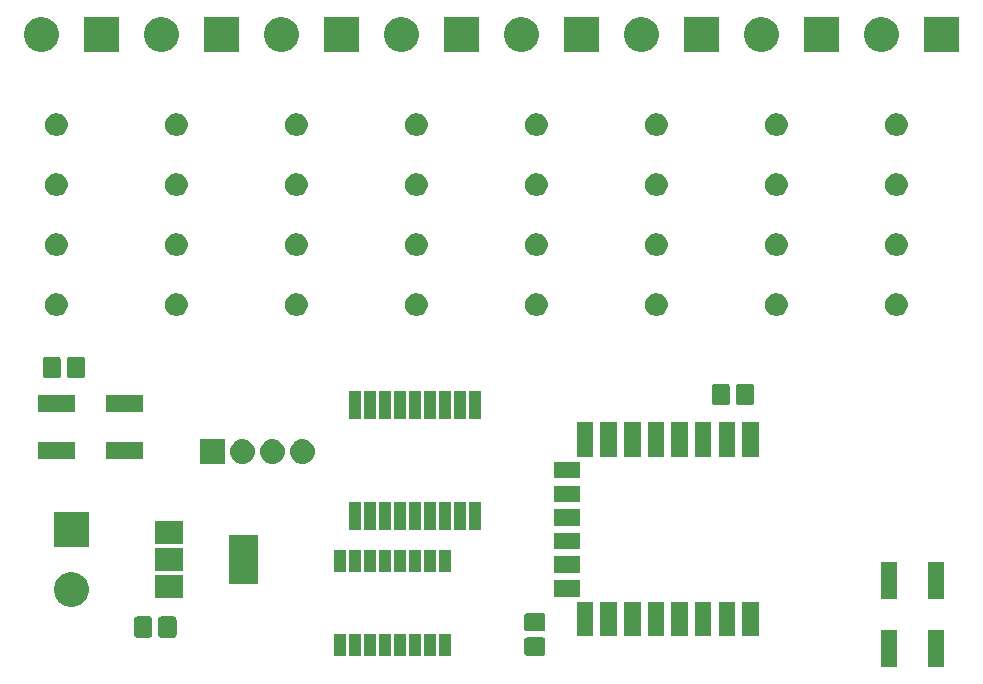
<source format=gts>
G04 #@! TF.GenerationSoftware,KiCad,Pcbnew,5.0.1-33cea8e~68~ubuntu18.04.1*
G04 #@! TF.CreationDate,2018-11-29T08:56:37+01:00*
G04 #@! TF.ProjectId,8RelaisReed,3852656C616973526565642E6B696361,rev?*
G04 #@! TF.SameCoordinates,Original*
G04 #@! TF.FileFunction,Soldermask,Top*
G04 #@! TF.FilePolarity,Negative*
%FSLAX46Y46*%
G04 Gerber Fmt 4.6, Leading zero omitted, Abs format (unit mm)*
G04 Created by KiCad (PCBNEW 5.0.1-33cea8e~68~ubuntu18.04.1) date jeu. 29 nov. 2018 08:56:37 CET*
%MOMM*%
%LPD*%
G01*
G04 APERTURE LIST*
%ADD10C,0.100000*%
G04 APERTURE END LIST*
D10*
G36*
X217425000Y-123413000D02*
X216025000Y-123413000D01*
X216025000Y-120263000D01*
X217425000Y-120263000D01*
X217425000Y-123413000D01*
X217425000Y-123413000D01*
G37*
G36*
X213425000Y-123413000D02*
X212025000Y-123413000D01*
X212025000Y-120263000D01*
X213425000Y-120263000D01*
X213425000Y-123413000D01*
X213425000Y-123413000D01*
G37*
G36*
X170553000Y-122483000D02*
X169553000Y-122483000D01*
X169553000Y-120583000D01*
X170553000Y-120583000D01*
X170553000Y-122483000D01*
X170553000Y-122483000D01*
G37*
G36*
X173093000Y-122483000D02*
X172093000Y-122483000D01*
X172093000Y-120583000D01*
X173093000Y-120583000D01*
X173093000Y-122483000D01*
X173093000Y-122483000D01*
G37*
G36*
X169283000Y-122483000D02*
X168283000Y-122483000D01*
X168283000Y-120583000D01*
X169283000Y-120583000D01*
X169283000Y-122483000D01*
X169283000Y-122483000D01*
G37*
G36*
X168013000Y-122483000D02*
X167013000Y-122483000D01*
X167013000Y-120583000D01*
X168013000Y-120583000D01*
X168013000Y-122483000D01*
X168013000Y-122483000D01*
G37*
G36*
X166743000Y-122483000D02*
X165743000Y-122483000D01*
X165743000Y-120583000D01*
X166743000Y-120583000D01*
X166743000Y-122483000D01*
X166743000Y-122483000D01*
G37*
G36*
X174363000Y-122483000D02*
X173363000Y-122483000D01*
X173363000Y-120583000D01*
X174363000Y-120583000D01*
X174363000Y-122483000D01*
X174363000Y-122483000D01*
G37*
G36*
X175633000Y-122483000D02*
X174633000Y-122483000D01*
X174633000Y-120583000D01*
X175633000Y-120583000D01*
X175633000Y-122483000D01*
X175633000Y-122483000D01*
G37*
G36*
X171823000Y-122483000D02*
X170823000Y-122483000D01*
X170823000Y-120583000D01*
X171823000Y-120583000D01*
X171823000Y-122483000D01*
X171823000Y-122483000D01*
G37*
G36*
X183438530Y-120896710D02*
X183488379Y-120911831D01*
X183534311Y-120936382D01*
X183574574Y-120969426D01*
X183607618Y-121009689D01*
X183632169Y-121055621D01*
X183647290Y-121105470D01*
X183653000Y-121163444D01*
X183653000Y-122168556D01*
X183647290Y-122226530D01*
X183632169Y-122276379D01*
X183607618Y-122322311D01*
X183574574Y-122362574D01*
X183534311Y-122395618D01*
X183488379Y-122420169D01*
X183438530Y-122435290D01*
X183380556Y-122441000D01*
X182125444Y-122441000D01*
X182067470Y-122435290D01*
X182017621Y-122420169D01*
X181971689Y-122395618D01*
X181931426Y-122362574D01*
X181898382Y-122322311D01*
X181873831Y-122276379D01*
X181858710Y-122226530D01*
X181853000Y-122168556D01*
X181853000Y-121163444D01*
X181858710Y-121105470D01*
X181873831Y-121055621D01*
X181898382Y-121009689D01*
X181931426Y-120969426D01*
X181971689Y-120936382D01*
X182017621Y-120911831D01*
X182067470Y-120896710D01*
X182125444Y-120891000D01*
X183380556Y-120891000D01*
X183438530Y-120896710D01*
X183438530Y-120896710D01*
G37*
G36*
X150148530Y-119120710D02*
X150198379Y-119135831D01*
X150244311Y-119160382D01*
X150284574Y-119193426D01*
X150317618Y-119233689D01*
X150342169Y-119279621D01*
X150357290Y-119329470D01*
X150363000Y-119387444D01*
X150363000Y-120642556D01*
X150357290Y-120700530D01*
X150342169Y-120750379D01*
X150317618Y-120796311D01*
X150284574Y-120836574D01*
X150244311Y-120869618D01*
X150198379Y-120894169D01*
X150148530Y-120909290D01*
X150090556Y-120915000D01*
X149085444Y-120915000D01*
X149027470Y-120909290D01*
X148977621Y-120894169D01*
X148931689Y-120869618D01*
X148891426Y-120836574D01*
X148858382Y-120796311D01*
X148833831Y-120750379D01*
X148818710Y-120700530D01*
X148813000Y-120642556D01*
X148813000Y-119387444D01*
X148818710Y-119329470D01*
X148833831Y-119279621D01*
X148858382Y-119233689D01*
X148891426Y-119193426D01*
X148931689Y-119160382D01*
X148977621Y-119135831D01*
X149027470Y-119120710D01*
X149085444Y-119115000D01*
X150090556Y-119115000D01*
X150148530Y-119120710D01*
X150148530Y-119120710D01*
G37*
G36*
X152198530Y-119120710D02*
X152248379Y-119135831D01*
X152294311Y-119160382D01*
X152334574Y-119193426D01*
X152367618Y-119233689D01*
X152392169Y-119279621D01*
X152407290Y-119329470D01*
X152413000Y-119387444D01*
X152413000Y-120642556D01*
X152407290Y-120700530D01*
X152392169Y-120750379D01*
X152367618Y-120796311D01*
X152334574Y-120836574D01*
X152294311Y-120869618D01*
X152248379Y-120894169D01*
X152198530Y-120909290D01*
X152140556Y-120915000D01*
X151135444Y-120915000D01*
X151077470Y-120909290D01*
X151027621Y-120894169D01*
X150981689Y-120869618D01*
X150941426Y-120836574D01*
X150908382Y-120796311D01*
X150883831Y-120750379D01*
X150868710Y-120700530D01*
X150863000Y-120642556D01*
X150863000Y-119387444D01*
X150868710Y-119329470D01*
X150883831Y-119279621D01*
X150908382Y-119233689D01*
X150941426Y-119193426D01*
X150981689Y-119160382D01*
X151027621Y-119135831D01*
X151077470Y-119120710D01*
X151135444Y-119115000D01*
X152140556Y-119115000D01*
X152198530Y-119120710D01*
X152198530Y-119120710D01*
G37*
G36*
X201708000Y-120790000D02*
X200308000Y-120790000D01*
X200308000Y-117890000D01*
X201708000Y-117890000D01*
X201708000Y-120790000D01*
X201708000Y-120790000D01*
G37*
G36*
X189708000Y-120790000D02*
X188308000Y-120790000D01*
X188308000Y-117890000D01*
X189708000Y-117890000D01*
X189708000Y-120790000D01*
X189708000Y-120790000D01*
G37*
G36*
X187708000Y-120790000D02*
X186308000Y-120790000D01*
X186308000Y-117890000D01*
X187708000Y-117890000D01*
X187708000Y-120790000D01*
X187708000Y-120790000D01*
G37*
G36*
X193708000Y-120790000D02*
X192308000Y-120790000D01*
X192308000Y-117890000D01*
X193708000Y-117890000D01*
X193708000Y-120790000D01*
X193708000Y-120790000D01*
G37*
G36*
X195708000Y-120790000D02*
X194308000Y-120790000D01*
X194308000Y-117890000D01*
X195708000Y-117890000D01*
X195708000Y-120790000D01*
X195708000Y-120790000D01*
G37*
G36*
X199708000Y-120790000D02*
X198308000Y-120790000D01*
X198308000Y-117890000D01*
X199708000Y-117890000D01*
X199708000Y-120790000D01*
X199708000Y-120790000D01*
G37*
G36*
X191708000Y-120790000D02*
X190308000Y-120790000D01*
X190308000Y-117890000D01*
X191708000Y-117890000D01*
X191708000Y-120790000D01*
X191708000Y-120790000D01*
G37*
G36*
X197708000Y-120790000D02*
X196308000Y-120790000D01*
X196308000Y-117890000D01*
X197708000Y-117890000D01*
X197708000Y-120790000D01*
X197708000Y-120790000D01*
G37*
G36*
X183438530Y-118846710D02*
X183488379Y-118861831D01*
X183534311Y-118886382D01*
X183574574Y-118919426D01*
X183607618Y-118959689D01*
X183632169Y-119005621D01*
X183647290Y-119055470D01*
X183653000Y-119113444D01*
X183653000Y-120118556D01*
X183647290Y-120176530D01*
X183632169Y-120226379D01*
X183607618Y-120272311D01*
X183574574Y-120312574D01*
X183534311Y-120345618D01*
X183488379Y-120370169D01*
X183438530Y-120385290D01*
X183380556Y-120391000D01*
X182125444Y-120391000D01*
X182067470Y-120385290D01*
X182017621Y-120370169D01*
X181971689Y-120345618D01*
X181931426Y-120312574D01*
X181898382Y-120272311D01*
X181873831Y-120226379D01*
X181858710Y-120176530D01*
X181853000Y-120118556D01*
X181853000Y-119113444D01*
X181858710Y-119055470D01*
X181873831Y-119005621D01*
X181898382Y-118959689D01*
X181931426Y-118919426D01*
X181971689Y-118886382D01*
X182017621Y-118861831D01*
X182067470Y-118846710D01*
X182125444Y-118841000D01*
X183380556Y-118841000D01*
X183438530Y-118846710D01*
X183438530Y-118846710D01*
G37*
G36*
X143938781Y-115426490D02*
X144206307Y-115537303D01*
X144447074Y-115698178D01*
X144651822Y-115902926D01*
X144812697Y-116143693D01*
X144923510Y-116411219D01*
X144980000Y-116695216D01*
X144980000Y-116984784D01*
X144923510Y-117268781D01*
X144812697Y-117536307D01*
X144651822Y-117777074D01*
X144447074Y-117981822D01*
X144206307Y-118142697D01*
X143938781Y-118253510D01*
X143654784Y-118310000D01*
X143365216Y-118310000D01*
X143081219Y-118253510D01*
X142813693Y-118142697D01*
X142572926Y-117981822D01*
X142368178Y-117777074D01*
X142207303Y-117536307D01*
X142096490Y-117268781D01*
X142040000Y-116984784D01*
X142040000Y-116695216D01*
X142096490Y-116411219D01*
X142207303Y-116143693D01*
X142368178Y-115902926D01*
X142572926Y-115698178D01*
X142813693Y-115537303D01*
X143081219Y-115426490D01*
X143365216Y-115370000D01*
X143654784Y-115370000D01*
X143938781Y-115426490D01*
X143938781Y-115426490D01*
G37*
G36*
X217425000Y-117653000D02*
X216025000Y-117653000D01*
X216025000Y-114503000D01*
X217425000Y-114503000D01*
X217425000Y-117653000D01*
X217425000Y-117653000D01*
G37*
G36*
X213425000Y-117653000D02*
X212025000Y-117653000D01*
X212025000Y-114503000D01*
X213425000Y-114503000D01*
X213425000Y-117653000D01*
X213425000Y-117653000D01*
G37*
G36*
X152990000Y-117550000D02*
X150590000Y-117550000D01*
X150590000Y-115650000D01*
X152990000Y-115650000D01*
X152990000Y-117550000D01*
X152990000Y-117550000D01*
G37*
G36*
X186608000Y-117440000D02*
X184408000Y-117440000D01*
X184408000Y-116040000D01*
X186608000Y-116040000D01*
X186608000Y-117440000D01*
X186608000Y-117440000D01*
G37*
G36*
X159290000Y-116400000D02*
X156890000Y-116400000D01*
X156890000Y-112200000D01*
X159290000Y-112200000D01*
X159290000Y-116400000D01*
X159290000Y-116400000D01*
G37*
G36*
X186608000Y-115440000D02*
X184408000Y-115440000D01*
X184408000Y-114040000D01*
X186608000Y-114040000D01*
X186608000Y-115440000D01*
X186608000Y-115440000D01*
G37*
G36*
X175633000Y-115383000D02*
X174633000Y-115383000D01*
X174633000Y-113483000D01*
X175633000Y-113483000D01*
X175633000Y-115383000D01*
X175633000Y-115383000D01*
G37*
G36*
X168013000Y-115383000D02*
X167013000Y-115383000D01*
X167013000Y-113483000D01*
X168013000Y-113483000D01*
X168013000Y-115383000D01*
X168013000Y-115383000D01*
G37*
G36*
X169283000Y-115383000D02*
X168283000Y-115383000D01*
X168283000Y-113483000D01*
X169283000Y-113483000D01*
X169283000Y-115383000D01*
X169283000Y-115383000D01*
G37*
G36*
X170553000Y-115383000D02*
X169553000Y-115383000D01*
X169553000Y-113483000D01*
X170553000Y-113483000D01*
X170553000Y-115383000D01*
X170553000Y-115383000D01*
G37*
G36*
X173093000Y-115383000D02*
X172093000Y-115383000D01*
X172093000Y-113483000D01*
X173093000Y-113483000D01*
X173093000Y-115383000D01*
X173093000Y-115383000D01*
G37*
G36*
X166743000Y-115383000D02*
X165743000Y-115383000D01*
X165743000Y-113483000D01*
X166743000Y-113483000D01*
X166743000Y-115383000D01*
X166743000Y-115383000D01*
G37*
G36*
X174363000Y-115383000D02*
X173363000Y-115383000D01*
X173363000Y-113483000D01*
X174363000Y-113483000D01*
X174363000Y-115383000D01*
X174363000Y-115383000D01*
G37*
G36*
X171823000Y-115383000D02*
X170823000Y-115383000D01*
X170823000Y-113483000D01*
X171823000Y-113483000D01*
X171823000Y-115383000D01*
X171823000Y-115383000D01*
G37*
G36*
X152990000Y-115250000D02*
X150590000Y-115250000D01*
X150590000Y-113350000D01*
X152990000Y-113350000D01*
X152990000Y-115250000D01*
X152990000Y-115250000D01*
G37*
G36*
X186608000Y-113440000D02*
X184408000Y-113440000D01*
X184408000Y-112040000D01*
X186608000Y-112040000D01*
X186608000Y-113440000D01*
X186608000Y-113440000D01*
G37*
G36*
X144980000Y-113230000D02*
X142040000Y-113230000D01*
X142040000Y-110290000D01*
X144980000Y-110290000D01*
X144980000Y-113230000D01*
X144980000Y-113230000D01*
G37*
G36*
X152990000Y-112950000D02*
X150590000Y-112950000D01*
X150590000Y-111050000D01*
X152990000Y-111050000D01*
X152990000Y-112950000D01*
X152990000Y-112950000D01*
G37*
G36*
X176903000Y-111819000D02*
X175903000Y-111819000D01*
X175903000Y-109419000D01*
X176903000Y-109419000D01*
X176903000Y-111819000D01*
X176903000Y-111819000D01*
G37*
G36*
X178173000Y-111819000D02*
X177173000Y-111819000D01*
X177173000Y-109419000D01*
X178173000Y-109419000D01*
X178173000Y-111819000D01*
X178173000Y-111819000D01*
G37*
G36*
X175633000Y-111819000D02*
X174633000Y-111819000D01*
X174633000Y-109419000D01*
X175633000Y-109419000D01*
X175633000Y-111819000D01*
X175633000Y-111819000D01*
G37*
G36*
X174363000Y-111819000D02*
X173363000Y-111819000D01*
X173363000Y-109419000D01*
X174363000Y-109419000D01*
X174363000Y-111819000D01*
X174363000Y-111819000D01*
G37*
G36*
X171823000Y-111819000D02*
X170823000Y-111819000D01*
X170823000Y-109419000D01*
X171823000Y-109419000D01*
X171823000Y-111819000D01*
X171823000Y-111819000D01*
G37*
G36*
X170553000Y-111819000D02*
X169553000Y-111819000D01*
X169553000Y-109419000D01*
X170553000Y-109419000D01*
X170553000Y-111819000D01*
X170553000Y-111819000D01*
G37*
G36*
X169283000Y-111819000D02*
X168283000Y-111819000D01*
X168283000Y-109419000D01*
X169283000Y-109419000D01*
X169283000Y-111819000D01*
X169283000Y-111819000D01*
G37*
G36*
X168013000Y-111819000D02*
X167013000Y-111819000D01*
X167013000Y-109419000D01*
X168013000Y-109419000D01*
X168013000Y-111819000D01*
X168013000Y-111819000D01*
G37*
G36*
X173093000Y-111819000D02*
X172093000Y-111819000D01*
X172093000Y-109419000D01*
X173093000Y-109419000D01*
X173093000Y-111819000D01*
X173093000Y-111819000D01*
G37*
G36*
X186608000Y-111440000D02*
X184408000Y-111440000D01*
X184408000Y-110040000D01*
X186608000Y-110040000D01*
X186608000Y-111440000D01*
X186608000Y-111440000D01*
G37*
G36*
X186608000Y-109440000D02*
X184408000Y-109440000D01*
X184408000Y-108040000D01*
X186608000Y-108040000D01*
X186608000Y-109440000D01*
X186608000Y-109440000D01*
G37*
G36*
X186608000Y-107440000D02*
X184408000Y-107440000D01*
X184408000Y-106040000D01*
X186608000Y-106040000D01*
X186608000Y-107440000D01*
X186608000Y-107440000D01*
G37*
G36*
X156498000Y-106206000D02*
X154398000Y-106206000D01*
X154398000Y-104106000D01*
X156498000Y-104106000D01*
X156498000Y-106206000D01*
X156498000Y-106206000D01*
G37*
G36*
X163196707Y-104113596D02*
X163273836Y-104121193D01*
X163405787Y-104161220D01*
X163471763Y-104181233D01*
X163654172Y-104278733D01*
X163814054Y-104409946D01*
X163945267Y-104569828D01*
X164042767Y-104752237D01*
X164042767Y-104752238D01*
X164102807Y-104950164D01*
X164123080Y-105156000D01*
X164102807Y-105361836D01*
X164062780Y-105493787D01*
X164042767Y-105559763D01*
X163945267Y-105742172D01*
X163814054Y-105902054D01*
X163654172Y-106033267D01*
X163471763Y-106130767D01*
X163405787Y-106150780D01*
X163273836Y-106190807D01*
X163196707Y-106198404D01*
X163119580Y-106206000D01*
X163016420Y-106206000D01*
X162939293Y-106198404D01*
X162862164Y-106190807D01*
X162730213Y-106150780D01*
X162664237Y-106130767D01*
X162481828Y-106033267D01*
X162321946Y-105902054D01*
X162190733Y-105742172D01*
X162093233Y-105559763D01*
X162073220Y-105493787D01*
X162033193Y-105361836D01*
X162012920Y-105156000D01*
X162033193Y-104950164D01*
X162093233Y-104752238D01*
X162093233Y-104752237D01*
X162190733Y-104569828D01*
X162321946Y-104409946D01*
X162481828Y-104278733D01*
X162664237Y-104181233D01*
X162730213Y-104161220D01*
X162862164Y-104121193D01*
X162939293Y-104113596D01*
X163016420Y-104106000D01*
X163119580Y-104106000D01*
X163196707Y-104113596D01*
X163196707Y-104113596D01*
G37*
G36*
X160656707Y-104113596D02*
X160733836Y-104121193D01*
X160865787Y-104161220D01*
X160931763Y-104181233D01*
X161114172Y-104278733D01*
X161274054Y-104409946D01*
X161405267Y-104569828D01*
X161502767Y-104752237D01*
X161502767Y-104752238D01*
X161562807Y-104950164D01*
X161583080Y-105156000D01*
X161562807Y-105361836D01*
X161522780Y-105493787D01*
X161502767Y-105559763D01*
X161405267Y-105742172D01*
X161274054Y-105902054D01*
X161114172Y-106033267D01*
X160931763Y-106130767D01*
X160865787Y-106150780D01*
X160733836Y-106190807D01*
X160656707Y-106198404D01*
X160579580Y-106206000D01*
X160476420Y-106206000D01*
X160399293Y-106198404D01*
X160322164Y-106190807D01*
X160190213Y-106150780D01*
X160124237Y-106130767D01*
X159941828Y-106033267D01*
X159781946Y-105902054D01*
X159650733Y-105742172D01*
X159553233Y-105559763D01*
X159533220Y-105493787D01*
X159493193Y-105361836D01*
X159472920Y-105156000D01*
X159493193Y-104950164D01*
X159553233Y-104752238D01*
X159553233Y-104752237D01*
X159650733Y-104569828D01*
X159781946Y-104409946D01*
X159941828Y-104278733D01*
X160124237Y-104181233D01*
X160190213Y-104161220D01*
X160322164Y-104121193D01*
X160399293Y-104113596D01*
X160476420Y-104106000D01*
X160579580Y-104106000D01*
X160656707Y-104113596D01*
X160656707Y-104113596D01*
G37*
G36*
X158116707Y-104113596D02*
X158193836Y-104121193D01*
X158325787Y-104161220D01*
X158391763Y-104181233D01*
X158574172Y-104278733D01*
X158734054Y-104409946D01*
X158865267Y-104569828D01*
X158962767Y-104752237D01*
X158962767Y-104752238D01*
X159022807Y-104950164D01*
X159043080Y-105156000D01*
X159022807Y-105361836D01*
X158982780Y-105493787D01*
X158962767Y-105559763D01*
X158865267Y-105742172D01*
X158734054Y-105902054D01*
X158574172Y-106033267D01*
X158391763Y-106130767D01*
X158325787Y-106150780D01*
X158193836Y-106190807D01*
X158116707Y-106198404D01*
X158039580Y-106206000D01*
X157936420Y-106206000D01*
X157859293Y-106198404D01*
X157782164Y-106190807D01*
X157650213Y-106150780D01*
X157584237Y-106130767D01*
X157401828Y-106033267D01*
X157241946Y-105902054D01*
X157110733Y-105742172D01*
X157013233Y-105559763D01*
X156993220Y-105493787D01*
X156953193Y-105361836D01*
X156932920Y-105156000D01*
X156953193Y-104950164D01*
X157013233Y-104752238D01*
X157013233Y-104752237D01*
X157110733Y-104569828D01*
X157241946Y-104409946D01*
X157401828Y-104278733D01*
X157584237Y-104181233D01*
X157650213Y-104161220D01*
X157782164Y-104121193D01*
X157859293Y-104113596D01*
X157936420Y-104106000D01*
X158039580Y-104106000D01*
X158116707Y-104113596D01*
X158116707Y-104113596D01*
G37*
G36*
X143815000Y-105792000D02*
X140665000Y-105792000D01*
X140665000Y-104392000D01*
X143815000Y-104392000D01*
X143815000Y-105792000D01*
X143815000Y-105792000D01*
G37*
G36*
X149575000Y-105792000D02*
X146425000Y-105792000D01*
X146425000Y-104392000D01*
X149575000Y-104392000D01*
X149575000Y-105792000D01*
X149575000Y-105792000D01*
G37*
G36*
X187708000Y-105590000D02*
X186308000Y-105590000D01*
X186308000Y-102690000D01*
X187708000Y-102690000D01*
X187708000Y-105590000D01*
X187708000Y-105590000D01*
G37*
G36*
X199708000Y-105590000D02*
X198308000Y-105590000D01*
X198308000Y-102690000D01*
X199708000Y-102690000D01*
X199708000Y-105590000D01*
X199708000Y-105590000D01*
G37*
G36*
X201708000Y-105590000D02*
X200308000Y-105590000D01*
X200308000Y-102690000D01*
X201708000Y-102690000D01*
X201708000Y-105590000D01*
X201708000Y-105590000D01*
G37*
G36*
X195708000Y-105590000D02*
X194308000Y-105590000D01*
X194308000Y-102690000D01*
X195708000Y-102690000D01*
X195708000Y-105590000D01*
X195708000Y-105590000D01*
G37*
G36*
X191708000Y-105590000D02*
X190308000Y-105590000D01*
X190308000Y-102690000D01*
X191708000Y-102690000D01*
X191708000Y-105590000D01*
X191708000Y-105590000D01*
G37*
G36*
X189708000Y-105590000D02*
X188308000Y-105590000D01*
X188308000Y-102690000D01*
X189708000Y-102690000D01*
X189708000Y-105590000D01*
X189708000Y-105590000D01*
G37*
G36*
X197708000Y-105590000D02*
X196308000Y-105590000D01*
X196308000Y-102690000D01*
X197708000Y-102690000D01*
X197708000Y-105590000D01*
X197708000Y-105590000D01*
G37*
G36*
X193708000Y-105590000D02*
X192308000Y-105590000D01*
X192308000Y-102690000D01*
X193708000Y-102690000D01*
X193708000Y-105590000D01*
X193708000Y-105590000D01*
G37*
G36*
X175633000Y-102419000D02*
X174633000Y-102419000D01*
X174633000Y-100019000D01*
X175633000Y-100019000D01*
X175633000Y-102419000D01*
X175633000Y-102419000D01*
G37*
G36*
X178173000Y-102419000D02*
X177173000Y-102419000D01*
X177173000Y-100019000D01*
X178173000Y-100019000D01*
X178173000Y-102419000D01*
X178173000Y-102419000D01*
G37*
G36*
X176903000Y-102419000D02*
X175903000Y-102419000D01*
X175903000Y-100019000D01*
X176903000Y-100019000D01*
X176903000Y-102419000D01*
X176903000Y-102419000D01*
G37*
G36*
X174363000Y-102419000D02*
X173363000Y-102419000D01*
X173363000Y-100019000D01*
X174363000Y-100019000D01*
X174363000Y-102419000D01*
X174363000Y-102419000D01*
G37*
G36*
X173093000Y-102419000D02*
X172093000Y-102419000D01*
X172093000Y-100019000D01*
X173093000Y-100019000D01*
X173093000Y-102419000D01*
X173093000Y-102419000D01*
G37*
G36*
X171823000Y-102419000D02*
X170823000Y-102419000D01*
X170823000Y-100019000D01*
X171823000Y-100019000D01*
X171823000Y-102419000D01*
X171823000Y-102419000D01*
G37*
G36*
X170553000Y-102419000D02*
X169553000Y-102419000D01*
X169553000Y-100019000D01*
X170553000Y-100019000D01*
X170553000Y-102419000D01*
X170553000Y-102419000D01*
G37*
G36*
X169283000Y-102419000D02*
X168283000Y-102419000D01*
X168283000Y-100019000D01*
X169283000Y-100019000D01*
X169283000Y-102419000D01*
X169283000Y-102419000D01*
G37*
G36*
X168013000Y-102419000D02*
X167013000Y-102419000D01*
X167013000Y-100019000D01*
X168013000Y-100019000D01*
X168013000Y-102419000D01*
X168013000Y-102419000D01*
G37*
G36*
X149575000Y-101792000D02*
X146425000Y-101792000D01*
X146425000Y-100392000D01*
X149575000Y-100392000D01*
X149575000Y-101792000D01*
X149575000Y-101792000D01*
G37*
G36*
X143815000Y-101792000D02*
X140665000Y-101792000D01*
X140665000Y-100392000D01*
X143815000Y-100392000D01*
X143815000Y-101792000D01*
X143815000Y-101792000D01*
G37*
G36*
X201111530Y-99435710D02*
X201161379Y-99450831D01*
X201207311Y-99475382D01*
X201247574Y-99508426D01*
X201280618Y-99548689D01*
X201305169Y-99594621D01*
X201320290Y-99644470D01*
X201326000Y-99702444D01*
X201326000Y-100957556D01*
X201320290Y-101015530D01*
X201305169Y-101065379D01*
X201280618Y-101111311D01*
X201247574Y-101151574D01*
X201207311Y-101184618D01*
X201161379Y-101209169D01*
X201111530Y-101224290D01*
X201053556Y-101230000D01*
X200048444Y-101230000D01*
X199990470Y-101224290D01*
X199940621Y-101209169D01*
X199894689Y-101184618D01*
X199854426Y-101151574D01*
X199821382Y-101111311D01*
X199796831Y-101065379D01*
X199781710Y-101015530D01*
X199776000Y-100957556D01*
X199776000Y-99702444D01*
X199781710Y-99644470D01*
X199796831Y-99594621D01*
X199821382Y-99548689D01*
X199854426Y-99508426D01*
X199894689Y-99475382D01*
X199940621Y-99450831D01*
X199990470Y-99435710D01*
X200048444Y-99430000D01*
X201053556Y-99430000D01*
X201111530Y-99435710D01*
X201111530Y-99435710D01*
G37*
G36*
X199061530Y-99435710D02*
X199111379Y-99450831D01*
X199157311Y-99475382D01*
X199197574Y-99508426D01*
X199230618Y-99548689D01*
X199255169Y-99594621D01*
X199270290Y-99644470D01*
X199276000Y-99702444D01*
X199276000Y-100957556D01*
X199270290Y-101015530D01*
X199255169Y-101065379D01*
X199230618Y-101111311D01*
X199197574Y-101151574D01*
X199157311Y-101184618D01*
X199111379Y-101209169D01*
X199061530Y-101224290D01*
X199003556Y-101230000D01*
X197998444Y-101230000D01*
X197940470Y-101224290D01*
X197890621Y-101209169D01*
X197844689Y-101184618D01*
X197804426Y-101151574D01*
X197771382Y-101111311D01*
X197746831Y-101065379D01*
X197731710Y-101015530D01*
X197726000Y-100957556D01*
X197726000Y-99702444D01*
X197731710Y-99644470D01*
X197746831Y-99594621D01*
X197771382Y-99548689D01*
X197804426Y-99508426D01*
X197844689Y-99475382D01*
X197890621Y-99450831D01*
X197940470Y-99435710D01*
X197998444Y-99430000D01*
X199003556Y-99430000D01*
X199061530Y-99435710D01*
X199061530Y-99435710D01*
G37*
G36*
X144469530Y-97149710D02*
X144519379Y-97164831D01*
X144565311Y-97189382D01*
X144605574Y-97222426D01*
X144638618Y-97262689D01*
X144663169Y-97308621D01*
X144678290Y-97358470D01*
X144684000Y-97416444D01*
X144684000Y-98671556D01*
X144678290Y-98729530D01*
X144663169Y-98779379D01*
X144638618Y-98825311D01*
X144605574Y-98865574D01*
X144565311Y-98898618D01*
X144519379Y-98923169D01*
X144469530Y-98938290D01*
X144411556Y-98944000D01*
X143406444Y-98944000D01*
X143348470Y-98938290D01*
X143298621Y-98923169D01*
X143252689Y-98898618D01*
X143212426Y-98865574D01*
X143179382Y-98825311D01*
X143154831Y-98779379D01*
X143139710Y-98729530D01*
X143134000Y-98671556D01*
X143134000Y-97416444D01*
X143139710Y-97358470D01*
X143154831Y-97308621D01*
X143179382Y-97262689D01*
X143212426Y-97222426D01*
X143252689Y-97189382D01*
X143298621Y-97164831D01*
X143348470Y-97149710D01*
X143406444Y-97144000D01*
X144411556Y-97144000D01*
X144469530Y-97149710D01*
X144469530Y-97149710D01*
G37*
G36*
X142419530Y-97149710D02*
X142469379Y-97164831D01*
X142515311Y-97189382D01*
X142555574Y-97222426D01*
X142588618Y-97262689D01*
X142613169Y-97308621D01*
X142628290Y-97358470D01*
X142634000Y-97416444D01*
X142634000Y-98671556D01*
X142628290Y-98729530D01*
X142613169Y-98779379D01*
X142588618Y-98825311D01*
X142555574Y-98865574D01*
X142515311Y-98898618D01*
X142469379Y-98923169D01*
X142419530Y-98938290D01*
X142361556Y-98944000D01*
X141356444Y-98944000D01*
X141298470Y-98938290D01*
X141248621Y-98923169D01*
X141202689Y-98898618D01*
X141162426Y-98865574D01*
X141129382Y-98825311D01*
X141104831Y-98779379D01*
X141089710Y-98729530D01*
X141084000Y-98671556D01*
X141084000Y-97416444D01*
X141089710Y-97358470D01*
X141104831Y-97308621D01*
X141129382Y-97262689D01*
X141162426Y-97222426D01*
X141202689Y-97189382D01*
X141248621Y-97164831D01*
X141298470Y-97149710D01*
X141356444Y-97144000D01*
X142361556Y-97144000D01*
X142419530Y-97149710D01*
X142419530Y-97149710D01*
G37*
G36*
X183160603Y-91784968D02*
X183160606Y-91784969D01*
X183160605Y-91784969D01*
X183335678Y-91857486D01*
X183335679Y-91857487D01*
X183493241Y-91962767D01*
X183627233Y-92096759D01*
X183627234Y-92096761D01*
X183732514Y-92254322D01*
X183788603Y-92389734D01*
X183805032Y-92429397D01*
X183842000Y-92615250D01*
X183842000Y-92804750D01*
X183805032Y-92990603D01*
X183805031Y-92990605D01*
X183732514Y-93165678D01*
X183732513Y-93165679D01*
X183627233Y-93323241D01*
X183493241Y-93457233D01*
X183413923Y-93510232D01*
X183335678Y-93562514D01*
X183200266Y-93618603D01*
X183160603Y-93635032D01*
X182974750Y-93672000D01*
X182785250Y-93672000D01*
X182599397Y-93635032D01*
X182559734Y-93618603D01*
X182424322Y-93562514D01*
X182346077Y-93510232D01*
X182266759Y-93457233D01*
X182132767Y-93323241D01*
X182027487Y-93165679D01*
X182027486Y-93165678D01*
X181954969Y-92990605D01*
X181954968Y-92990603D01*
X181918000Y-92804750D01*
X181918000Y-92615250D01*
X181954968Y-92429397D01*
X181971397Y-92389734D01*
X182027486Y-92254322D01*
X182132766Y-92096761D01*
X182132767Y-92096759D01*
X182266759Y-91962767D01*
X182424321Y-91857487D01*
X182424322Y-91857486D01*
X182599395Y-91784969D01*
X182599394Y-91784969D01*
X182599397Y-91784968D01*
X182785250Y-91748000D01*
X182974750Y-91748000D01*
X183160603Y-91784968D01*
X183160603Y-91784968D01*
G37*
G36*
X213640603Y-91784968D02*
X213640606Y-91784969D01*
X213640605Y-91784969D01*
X213815678Y-91857486D01*
X213815679Y-91857487D01*
X213973241Y-91962767D01*
X214107233Y-92096759D01*
X214107234Y-92096761D01*
X214212514Y-92254322D01*
X214268603Y-92389734D01*
X214285032Y-92429397D01*
X214322000Y-92615250D01*
X214322000Y-92804750D01*
X214285032Y-92990603D01*
X214285031Y-92990605D01*
X214212514Y-93165678D01*
X214212513Y-93165679D01*
X214107233Y-93323241D01*
X213973241Y-93457233D01*
X213893923Y-93510232D01*
X213815678Y-93562514D01*
X213680266Y-93618603D01*
X213640603Y-93635032D01*
X213454750Y-93672000D01*
X213265250Y-93672000D01*
X213079397Y-93635032D01*
X213039734Y-93618603D01*
X212904322Y-93562514D01*
X212826077Y-93510232D01*
X212746759Y-93457233D01*
X212612767Y-93323241D01*
X212507487Y-93165679D01*
X212507486Y-93165678D01*
X212434969Y-92990605D01*
X212434968Y-92990603D01*
X212398000Y-92804750D01*
X212398000Y-92615250D01*
X212434968Y-92429397D01*
X212451397Y-92389734D01*
X212507486Y-92254322D01*
X212612766Y-92096761D01*
X212612767Y-92096759D01*
X212746759Y-91962767D01*
X212904321Y-91857487D01*
X212904322Y-91857486D01*
X213079395Y-91784969D01*
X213079394Y-91784969D01*
X213079397Y-91784968D01*
X213265250Y-91748000D01*
X213454750Y-91748000D01*
X213640603Y-91784968D01*
X213640603Y-91784968D01*
G37*
G36*
X203480603Y-91784968D02*
X203480606Y-91784969D01*
X203480605Y-91784969D01*
X203655678Y-91857486D01*
X203655679Y-91857487D01*
X203813241Y-91962767D01*
X203947233Y-92096759D01*
X203947234Y-92096761D01*
X204052514Y-92254322D01*
X204108603Y-92389734D01*
X204125032Y-92429397D01*
X204162000Y-92615250D01*
X204162000Y-92804750D01*
X204125032Y-92990603D01*
X204125031Y-92990605D01*
X204052514Y-93165678D01*
X204052513Y-93165679D01*
X203947233Y-93323241D01*
X203813241Y-93457233D01*
X203733923Y-93510232D01*
X203655678Y-93562514D01*
X203520266Y-93618603D01*
X203480603Y-93635032D01*
X203294750Y-93672000D01*
X203105250Y-93672000D01*
X202919397Y-93635032D01*
X202879734Y-93618603D01*
X202744322Y-93562514D01*
X202666077Y-93510232D01*
X202586759Y-93457233D01*
X202452767Y-93323241D01*
X202347487Y-93165679D01*
X202347486Y-93165678D01*
X202274969Y-92990605D01*
X202274968Y-92990603D01*
X202238000Y-92804750D01*
X202238000Y-92615250D01*
X202274968Y-92429397D01*
X202291397Y-92389734D01*
X202347486Y-92254322D01*
X202452766Y-92096761D01*
X202452767Y-92096759D01*
X202586759Y-91962767D01*
X202744321Y-91857487D01*
X202744322Y-91857486D01*
X202919395Y-91784969D01*
X202919394Y-91784969D01*
X202919397Y-91784968D01*
X203105250Y-91748000D01*
X203294750Y-91748000D01*
X203480603Y-91784968D01*
X203480603Y-91784968D01*
G37*
G36*
X193320603Y-91784968D02*
X193320606Y-91784969D01*
X193320605Y-91784969D01*
X193495678Y-91857486D01*
X193495679Y-91857487D01*
X193653241Y-91962767D01*
X193787233Y-92096759D01*
X193787234Y-92096761D01*
X193892514Y-92254322D01*
X193948603Y-92389734D01*
X193965032Y-92429397D01*
X194002000Y-92615250D01*
X194002000Y-92804750D01*
X193965032Y-92990603D01*
X193965031Y-92990605D01*
X193892514Y-93165678D01*
X193892513Y-93165679D01*
X193787233Y-93323241D01*
X193653241Y-93457233D01*
X193573923Y-93510232D01*
X193495678Y-93562514D01*
X193360266Y-93618603D01*
X193320603Y-93635032D01*
X193134750Y-93672000D01*
X192945250Y-93672000D01*
X192759397Y-93635032D01*
X192719734Y-93618603D01*
X192584322Y-93562514D01*
X192506077Y-93510232D01*
X192426759Y-93457233D01*
X192292767Y-93323241D01*
X192187487Y-93165679D01*
X192187486Y-93165678D01*
X192114969Y-92990605D01*
X192114968Y-92990603D01*
X192078000Y-92804750D01*
X192078000Y-92615250D01*
X192114968Y-92429397D01*
X192131397Y-92389734D01*
X192187486Y-92254322D01*
X192292766Y-92096761D01*
X192292767Y-92096759D01*
X192426759Y-91962767D01*
X192584321Y-91857487D01*
X192584322Y-91857486D01*
X192759395Y-91784969D01*
X192759394Y-91784969D01*
X192759397Y-91784968D01*
X192945250Y-91748000D01*
X193134750Y-91748000D01*
X193320603Y-91784968D01*
X193320603Y-91784968D01*
G37*
G36*
X173000603Y-91784968D02*
X173000606Y-91784969D01*
X173000605Y-91784969D01*
X173175678Y-91857486D01*
X173175679Y-91857487D01*
X173333241Y-91962767D01*
X173467233Y-92096759D01*
X173467234Y-92096761D01*
X173572514Y-92254322D01*
X173628603Y-92389734D01*
X173645032Y-92429397D01*
X173682000Y-92615250D01*
X173682000Y-92804750D01*
X173645032Y-92990603D01*
X173645031Y-92990605D01*
X173572514Y-93165678D01*
X173572513Y-93165679D01*
X173467233Y-93323241D01*
X173333241Y-93457233D01*
X173253923Y-93510232D01*
X173175678Y-93562514D01*
X173040266Y-93618603D01*
X173000603Y-93635032D01*
X172814750Y-93672000D01*
X172625250Y-93672000D01*
X172439397Y-93635032D01*
X172399734Y-93618603D01*
X172264322Y-93562514D01*
X172186077Y-93510232D01*
X172106759Y-93457233D01*
X171972767Y-93323241D01*
X171867487Y-93165679D01*
X171867486Y-93165678D01*
X171794969Y-92990605D01*
X171794968Y-92990603D01*
X171758000Y-92804750D01*
X171758000Y-92615250D01*
X171794968Y-92429397D01*
X171811397Y-92389734D01*
X171867486Y-92254322D01*
X171972766Y-92096761D01*
X171972767Y-92096759D01*
X172106759Y-91962767D01*
X172264321Y-91857487D01*
X172264322Y-91857486D01*
X172439395Y-91784969D01*
X172439394Y-91784969D01*
X172439397Y-91784968D01*
X172625250Y-91748000D01*
X172814750Y-91748000D01*
X173000603Y-91784968D01*
X173000603Y-91784968D01*
G37*
G36*
X162840603Y-91784968D02*
X162840606Y-91784969D01*
X162840605Y-91784969D01*
X163015678Y-91857486D01*
X163015679Y-91857487D01*
X163173241Y-91962767D01*
X163307233Y-92096759D01*
X163307234Y-92096761D01*
X163412514Y-92254322D01*
X163468603Y-92389734D01*
X163485032Y-92429397D01*
X163522000Y-92615250D01*
X163522000Y-92804750D01*
X163485032Y-92990603D01*
X163485031Y-92990605D01*
X163412514Y-93165678D01*
X163412513Y-93165679D01*
X163307233Y-93323241D01*
X163173241Y-93457233D01*
X163093923Y-93510232D01*
X163015678Y-93562514D01*
X162880266Y-93618603D01*
X162840603Y-93635032D01*
X162654750Y-93672000D01*
X162465250Y-93672000D01*
X162279397Y-93635032D01*
X162239734Y-93618603D01*
X162104322Y-93562514D01*
X162026077Y-93510232D01*
X161946759Y-93457233D01*
X161812767Y-93323241D01*
X161707487Y-93165679D01*
X161707486Y-93165678D01*
X161634969Y-92990605D01*
X161634968Y-92990603D01*
X161598000Y-92804750D01*
X161598000Y-92615250D01*
X161634968Y-92429397D01*
X161651397Y-92389734D01*
X161707486Y-92254322D01*
X161812766Y-92096761D01*
X161812767Y-92096759D01*
X161946759Y-91962767D01*
X162104321Y-91857487D01*
X162104322Y-91857486D01*
X162279395Y-91784969D01*
X162279394Y-91784969D01*
X162279397Y-91784968D01*
X162465250Y-91748000D01*
X162654750Y-91748000D01*
X162840603Y-91784968D01*
X162840603Y-91784968D01*
G37*
G36*
X152680603Y-91784968D02*
X152680606Y-91784969D01*
X152680605Y-91784969D01*
X152855678Y-91857486D01*
X152855679Y-91857487D01*
X153013241Y-91962767D01*
X153147233Y-92096759D01*
X153147234Y-92096761D01*
X153252514Y-92254322D01*
X153308603Y-92389734D01*
X153325032Y-92429397D01*
X153362000Y-92615250D01*
X153362000Y-92804750D01*
X153325032Y-92990603D01*
X153325031Y-92990605D01*
X153252514Y-93165678D01*
X153252513Y-93165679D01*
X153147233Y-93323241D01*
X153013241Y-93457233D01*
X152933923Y-93510232D01*
X152855678Y-93562514D01*
X152720266Y-93618603D01*
X152680603Y-93635032D01*
X152494750Y-93672000D01*
X152305250Y-93672000D01*
X152119397Y-93635032D01*
X152079734Y-93618603D01*
X151944322Y-93562514D01*
X151866077Y-93510232D01*
X151786759Y-93457233D01*
X151652767Y-93323241D01*
X151547487Y-93165679D01*
X151547486Y-93165678D01*
X151474969Y-92990605D01*
X151474968Y-92990603D01*
X151438000Y-92804750D01*
X151438000Y-92615250D01*
X151474968Y-92429397D01*
X151491397Y-92389734D01*
X151547486Y-92254322D01*
X151652766Y-92096761D01*
X151652767Y-92096759D01*
X151786759Y-91962767D01*
X151944321Y-91857487D01*
X151944322Y-91857486D01*
X152119395Y-91784969D01*
X152119394Y-91784969D01*
X152119397Y-91784968D01*
X152305250Y-91748000D01*
X152494750Y-91748000D01*
X152680603Y-91784968D01*
X152680603Y-91784968D01*
G37*
G36*
X142520603Y-91784968D02*
X142520606Y-91784969D01*
X142520605Y-91784969D01*
X142695678Y-91857486D01*
X142695679Y-91857487D01*
X142853241Y-91962767D01*
X142987233Y-92096759D01*
X142987234Y-92096761D01*
X143092514Y-92254322D01*
X143148603Y-92389734D01*
X143165032Y-92429397D01*
X143202000Y-92615250D01*
X143202000Y-92804750D01*
X143165032Y-92990603D01*
X143165031Y-92990605D01*
X143092514Y-93165678D01*
X143092513Y-93165679D01*
X142987233Y-93323241D01*
X142853241Y-93457233D01*
X142773923Y-93510232D01*
X142695678Y-93562514D01*
X142560266Y-93618603D01*
X142520603Y-93635032D01*
X142334750Y-93672000D01*
X142145250Y-93672000D01*
X141959397Y-93635032D01*
X141919734Y-93618603D01*
X141784322Y-93562514D01*
X141706077Y-93510232D01*
X141626759Y-93457233D01*
X141492767Y-93323241D01*
X141387487Y-93165679D01*
X141387486Y-93165678D01*
X141314969Y-92990605D01*
X141314968Y-92990603D01*
X141278000Y-92804750D01*
X141278000Y-92615250D01*
X141314968Y-92429397D01*
X141331397Y-92389734D01*
X141387486Y-92254322D01*
X141492766Y-92096761D01*
X141492767Y-92096759D01*
X141626759Y-91962767D01*
X141784321Y-91857487D01*
X141784322Y-91857486D01*
X141959395Y-91784969D01*
X141959394Y-91784969D01*
X141959397Y-91784968D01*
X142145250Y-91748000D01*
X142334750Y-91748000D01*
X142520603Y-91784968D01*
X142520603Y-91784968D01*
G37*
G36*
X142520603Y-86704968D02*
X142520606Y-86704969D01*
X142520605Y-86704969D01*
X142695678Y-86777486D01*
X142695679Y-86777487D01*
X142853241Y-86882767D01*
X142987233Y-87016759D01*
X142987234Y-87016761D01*
X143092514Y-87174322D01*
X143148603Y-87309734D01*
X143165032Y-87349397D01*
X143202000Y-87535250D01*
X143202000Y-87724750D01*
X143165032Y-87910603D01*
X143165031Y-87910605D01*
X143092514Y-88085678D01*
X143092513Y-88085679D01*
X142987233Y-88243241D01*
X142853241Y-88377233D01*
X142773923Y-88430232D01*
X142695678Y-88482514D01*
X142560266Y-88538603D01*
X142520603Y-88555032D01*
X142334750Y-88592000D01*
X142145250Y-88592000D01*
X141959397Y-88555032D01*
X141919734Y-88538603D01*
X141784322Y-88482514D01*
X141706077Y-88430232D01*
X141626759Y-88377233D01*
X141492767Y-88243241D01*
X141387487Y-88085679D01*
X141387486Y-88085678D01*
X141314969Y-87910605D01*
X141314968Y-87910603D01*
X141278000Y-87724750D01*
X141278000Y-87535250D01*
X141314968Y-87349397D01*
X141331397Y-87309734D01*
X141387486Y-87174322D01*
X141492766Y-87016761D01*
X141492767Y-87016759D01*
X141626759Y-86882767D01*
X141784321Y-86777487D01*
X141784322Y-86777486D01*
X141959395Y-86704969D01*
X141959394Y-86704969D01*
X141959397Y-86704968D01*
X142145250Y-86668000D01*
X142334750Y-86668000D01*
X142520603Y-86704968D01*
X142520603Y-86704968D01*
G37*
G36*
X152680603Y-86704968D02*
X152680606Y-86704969D01*
X152680605Y-86704969D01*
X152855678Y-86777486D01*
X152855679Y-86777487D01*
X153013241Y-86882767D01*
X153147233Y-87016759D01*
X153147234Y-87016761D01*
X153252514Y-87174322D01*
X153308603Y-87309734D01*
X153325032Y-87349397D01*
X153362000Y-87535250D01*
X153362000Y-87724750D01*
X153325032Y-87910603D01*
X153325031Y-87910605D01*
X153252514Y-88085678D01*
X153252513Y-88085679D01*
X153147233Y-88243241D01*
X153013241Y-88377233D01*
X152933923Y-88430232D01*
X152855678Y-88482514D01*
X152720266Y-88538603D01*
X152680603Y-88555032D01*
X152494750Y-88592000D01*
X152305250Y-88592000D01*
X152119397Y-88555032D01*
X152079734Y-88538603D01*
X151944322Y-88482514D01*
X151866077Y-88430232D01*
X151786759Y-88377233D01*
X151652767Y-88243241D01*
X151547487Y-88085679D01*
X151547486Y-88085678D01*
X151474969Y-87910605D01*
X151474968Y-87910603D01*
X151438000Y-87724750D01*
X151438000Y-87535250D01*
X151474968Y-87349397D01*
X151491397Y-87309734D01*
X151547486Y-87174322D01*
X151652766Y-87016761D01*
X151652767Y-87016759D01*
X151786759Y-86882767D01*
X151944321Y-86777487D01*
X151944322Y-86777486D01*
X152119395Y-86704969D01*
X152119394Y-86704969D01*
X152119397Y-86704968D01*
X152305250Y-86668000D01*
X152494750Y-86668000D01*
X152680603Y-86704968D01*
X152680603Y-86704968D01*
G37*
G36*
X213640603Y-86704968D02*
X213640606Y-86704969D01*
X213640605Y-86704969D01*
X213815678Y-86777486D01*
X213815679Y-86777487D01*
X213973241Y-86882767D01*
X214107233Y-87016759D01*
X214107234Y-87016761D01*
X214212514Y-87174322D01*
X214268603Y-87309734D01*
X214285032Y-87349397D01*
X214322000Y-87535250D01*
X214322000Y-87724750D01*
X214285032Y-87910603D01*
X214285031Y-87910605D01*
X214212514Y-88085678D01*
X214212513Y-88085679D01*
X214107233Y-88243241D01*
X213973241Y-88377233D01*
X213893923Y-88430232D01*
X213815678Y-88482514D01*
X213680266Y-88538603D01*
X213640603Y-88555032D01*
X213454750Y-88592000D01*
X213265250Y-88592000D01*
X213079397Y-88555032D01*
X213039734Y-88538603D01*
X212904322Y-88482514D01*
X212826077Y-88430232D01*
X212746759Y-88377233D01*
X212612767Y-88243241D01*
X212507487Y-88085679D01*
X212507486Y-88085678D01*
X212434969Y-87910605D01*
X212434968Y-87910603D01*
X212398000Y-87724750D01*
X212398000Y-87535250D01*
X212434968Y-87349397D01*
X212451397Y-87309734D01*
X212507486Y-87174322D01*
X212612766Y-87016761D01*
X212612767Y-87016759D01*
X212746759Y-86882767D01*
X212904321Y-86777487D01*
X212904322Y-86777486D01*
X213079395Y-86704969D01*
X213079394Y-86704969D01*
X213079397Y-86704968D01*
X213265250Y-86668000D01*
X213454750Y-86668000D01*
X213640603Y-86704968D01*
X213640603Y-86704968D01*
G37*
G36*
X203480603Y-86704968D02*
X203480606Y-86704969D01*
X203480605Y-86704969D01*
X203655678Y-86777486D01*
X203655679Y-86777487D01*
X203813241Y-86882767D01*
X203947233Y-87016759D01*
X203947234Y-87016761D01*
X204052514Y-87174322D01*
X204108603Y-87309734D01*
X204125032Y-87349397D01*
X204162000Y-87535250D01*
X204162000Y-87724750D01*
X204125032Y-87910603D01*
X204125031Y-87910605D01*
X204052514Y-88085678D01*
X204052513Y-88085679D01*
X203947233Y-88243241D01*
X203813241Y-88377233D01*
X203733923Y-88430232D01*
X203655678Y-88482514D01*
X203520266Y-88538603D01*
X203480603Y-88555032D01*
X203294750Y-88592000D01*
X203105250Y-88592000D01*
X202919397Y-88555032D01*
X202879734Y-88538603D01*
X202744322Y-88482514D01*
X202666077Y-88430232D01*
X202586759Y-88377233D01*
X202452767Y-88243241D01*
X202347487Y-88085679D01*
X202347486Y-88085678D01*
X202274969Y-87910605D01*
X202274968Y-87910603D01*
X202238000Y-87724750D01*
X202238000Y-87535250D01*
X202274968Y-87349397D01*
X202291397Y-87309734D01*
X202347486Y-87174322D01*
X202452766Y-87016761D01*
X202452767Y-87016759D01*
X202586759Y-86882767D01*
X202744321Y-86777487D01*
X202744322Y-86777486D01*
X202919395Y-86704969D01*
X202919394Y-86704969D01*
X202919397Y-86704968D01*
X203105250Y-86668000D01*
X203294750Y-86668000D01*
X203480603Y-86704968D01*
X203480603Y-86704968D01*
G37*
G36*
X183160603Y-86704968D02*
X183160606Y-86704969D01*
X183160605Y-86704969D01*
X183335678Y-86777486D01*
X183335679Y-86777487D01*
X183493241Y-86882767D01*
X183627233Y-87016759D01*
X183627234Y-87016761D01*
X183732514Y-87174322D01*
X183788603Y-87309734D01*
X183805032Y-87349397D01*
X183842000Y-87535250D01*
X183842000Y-87724750D01*
X183805032Y-87910603D01*
X183805031Y-87910605D01*
X183732514Y-88085678D01*
X183732513Y-88085679D01*
X183627233Y-88243241D01*
X183493241Y-88377233D01*
X183413923Y-88430232D01*
X183335678Y-88482514D01*
X183200266Y-88538603D01*
X183160603Y-88555032D01*
X182974750Y-88592000D01*
X182785250Y-88592000D01*
X182599397Y-88555032D01*
X182559734Y-88538603D01*
X182424322Y-88482514D01*
X182346077Y-88430232D01*
X182266759Y-88377233D01*
X182132767Y-88243241D01*
X182027487Y-88085679D01*
X182027486Y-88085678D01*
X181954969Y-87910605D01*
X181954968Y-87910603D01*
X181918000Y-87724750D01*
X181918000Y-87535250D01*
X181954968Y-87349397D01*
X181971397Y-87309734D01*
X182027486Y-87174322D01*
X182132766Y-87016761D01*
X182132767Y-87016759D01*
X182266759Y-86882767D01*
X182424321Y-86777487D01*
X182424322Y-86777486D01*
X182599395Y-86704969D01*
X182599394Y-86704969D01*
X182599397Y-86704968D01*
X182785250Y-86668000D01*
X182974750Y-86668000D01*
X183160603Y-86704968D01*
X183160603Y-86704968D01*
G37*
G36*
X173000603Y-86704968D02*
X173000606Y-86704969D01*
X173000605Y-86704969D01*
X173175678Y-86777486D01*
X173175679Y-86777487D01*
X173333241Y-86882767D01*
X173467233Y-87016759D01*
X173467234Y-87016761D01*
X173572514Y-87174322D01*
X173628603Y-87309734D01*
X173645032Y-87349397D01*
X173682000Y-87535250D01*
X173682000Y-87724750D01*
X173645032Y-87910603D01*
X173645031Y-87910605D01*
X173572514Y-88085678D01*
X173572513Y-88085679D01*
X173467233Y-88243241D01*
X173333241Y-88377233D01*
X173253923Y-88430232D01*
X173175678Y-88482514D01*
X173040266Y-88538603D01*
X173000603Y-88555032D01*
X172814750Y-88592000D01*
X172625250Y-88592000D01*
X172439397Y-88555032D01*
X172399734Y-88538603D01*
X172264322Y-88482514D01*
X172186077Y-88430232D01*
X172106759Y-88377233D01*
X171972767Y-88243241D01*
X171867487Y-88085679D01*
X171867486Y-88085678D01*
X171794969Y-87910605D01*
X171794968Y-87910603D01*
X171758000Y-87724750D01*
X171758000Y-87535250D01*
X171794968Y-87349397D01*
X171811397Y-87309734D01*
X171867486Y-87174322D01*
X171972766Y-87016761D01*
X171972767Y-87016759D01*
X172106759Y-86882767D01*
X172264321Y-86777487D01*
X172264322Y-86777486D01*
X172439395Y-86704969D01*
X172439394Y-86704969D01*
X172439397Y-86704968D01*
X172625250Y-86668000D01*
X172814750Y-86668000D01*
X173000603Y-86704968D01*
X173000603Y-86704968D01*
G37*
G36*
X162840603Y-86704968D02*
X162840606Y-86704969D01*
X162840605Y-86704969D01*
X163015678Y-86777486D01*
X163015679Y-86777487D01*
X163173241Y-86882767D01*
X163307233Y-87016759D01*
X163307234Y-87016761D01*
X163412514Y-87174322D01*
X163468603Y-87309734D01*
X163485032Y-87349397D01*
X163522000Y-87535250D01*
X163522000Y-87724750D01*
X163485032Y-87910603D01*
X163485031Y-87910605D01*
X163412514Y-88085678D01*
X163412513Y-88085679D01*
X163307233Y-88243241D01*
X163173241Y-88377233D01*
X163093923Y-88430232D01*
X163015678Y-88482514D01*
X162880266Y-88538603D01*
X162840603Y-88555032D01*
X162654750Y-88592000D01*
X162465250Y-88592000D01*
X162279397Y-88555032D01*
X162239734Y-88538603D01*
X162104322Y-88482514D01*
X162026077Y-88430232D01*
X161946759Y-88377233D01*
X161812767Y-88243241D01*
X161707487Y-88085679D01*
X161707486Y-88085678D01*
X161634969Y-87910605D01*
X161634968Y-87910603D01*
X161598000Y-87724750D01*
X161598000Y-87535250D01*
X161634968Y-87349397D01*
X161651397Y-87309734D01*
X161707486Y-87174322D01*
X161812766Y-87016761D01*
X161812767Y-87016759D01*
X161946759Y-86882767D01*
X162104321Y-86777487D01*
X162104322Y-86777486D01*
X162279395Y-86704969D01*
X162279394Y-86704969D01*
X162279397Y-86704968D01*
X162465250Y-86668000D01*
X162654750Y-86668000D01*
X162840603Y-86704968D01*
X162840603Y-86704968D01*
G37*
G36*
X193320603Y-86704968D02*
X193320606Y-86704969D01*
X193320605Y-86704969D01*
X193495678Y-86777486D01*
X193495679Y-86777487D01*
X193653241Y-86882767D01*
X193787233Y-87016759D01*
X193787234Y-87016761D01*
X193892514Y-87174322D01*
X193948603Y-87309734D01*
X193965032Y-87349397D01*
X194002000Y-87535250D01*
X194002000Y-87724750D01*
X193965032Y-87910603D01*
X193965031Y-87910605D01*
X193892514Y-88085678D01*
X193892513Y-88085679D01*
X193787233Y-88243241D01*
X193653241Y-88377233D01*
X193573923Y-88430232D01*
X193495678Y-88482514D01*
X193360266Y-88538603D01*
X193320603Y-88555032D01*
X193134750Y-88592000D01*
X192945250Y-88592000D01*
X192759397Y-88555032D01*
X192719734Y-88538603D01*
X192584322Y-88482514D01*
X192506077Y-88430232D01*
X192426759Y-88377233D01*
X192292767Y-88243241D01*
X192187487Y-88085679D01*
X192187486Y-88085678D01*
X192114969Y-87910605D01*
X192114968Y-87910603D01*
X192078000Y-87724750D01*
X192078000Y-87535250D01*
X192114968Y-87349397D01*
X192131397Y-87309734D01*
X192187486Y-87174322D01*
X192292766Y-87016761D01*
X192292767Y-87016759D01*
X192426759Y-86882767D01*
X192584321Y-86777487D01*
X192584322Y-86777486D01*
X192759395Y-86704969D01*
X192759394Y-86704969D01*
X192759397Y-86704968D01*
X192945250Y-86668000D01*
X193134750Y-86668000D01*
X193320603Y-86704968D01*
X193320603Y-86704968D01*
G37*
G36*
X203480603Y-81624968D02*
X203480606Y-81624969D01*
X203480605Y-81624969D01*
X203655678Y-81697486D01*
X203655679Y-81697487D01*
X203813241Y-81802767D01*
X203947233Y-81936759D01*
X203947234Y-81936761D01*
X204052514Y-82094322D01*
X204108603Y-82229734D01*
X204125032Y-82269397D01*
X204162000Y-82455250D01*
X204162000Y-82644750D01*
X204125032Y-82830603D01*
X204125031Y-82830605D01*
X204052514Y-83005678D01*
X204052513Y-83005679D01*
X203947233Y-83163241D01*
X203813241Y-83297233D01*
X203733923Y-83350232D01*
X203655678Y-83402514D01*
X203520266Y-83458603D01*
X203480603Y-83475032D01*
X203294750Y-83512000D01*
X203105250Y-83512000D01*
X202919397Y-83475032D01*
X202879734Y-83458603D01*
X202744322Y-83402514D01*
X202666077Y-83350232D01*
X202586759Y-83297233D01*
X202452767Y-83163241D01*
X202347487Y-83005679D01*
X202347486Y-83005678D01*
X202274969Y-82830605D01*
X202274968Y-82830603D01*
X202238000Y-82644750D01*
X202238000Y-82455250D01*
X202274968Y-82269397D01*
X202291397Y-82229734D01*
X202347486Y-82094322D01*
X202452766Y-81936761D01*
X202452767Y-81936759D01*
X202586759Y-81802767D01*
X202744321Y-81697487D01*
X202744322Y-81697486D01*
X202919395Y-81624969D01*
X202919394Y-81624969D01*
X202919397Y-81624968D01*
X203105250Y-81588000D01*
X203294750Y-81588000D01*
X203480603Y-81624968D01*
X203480603Y-81624968D01*
G37*
G36*
X213640603Y-81624968D02*
X213640606Y-81624969D01*
X213640605Y-81624969D01*
X213815678Y-81697486D01*
X213815679Y-81697487D01*
X213973241Y-81802767D01*
X214107233Y-81936759D01*
X214107234Y-81936761D01*
X214212514Y-82094322D01*
X214268603Y-82229734D01*
X214285032Y-82269397D01*
X214322000Y-82455250D01*
X214322000Y-82644750D01*
X214285032Y-82830603D01*
X214285031Y-82830605D01*
X214212514Y-83005678D01*
X214212513Y-83005679D01*
X214107233Y-83163241D01*
X213973241Y-83297233D01*
X213893923Y-83350232D01*
X213815678Y-83402514D01*
X213680266Y-83458603D01*
X213640603Y-83475032D01*
X213454750Y-83512000D01*
X213265250Y-83512000D01*
X213079397Y-83475032D01*
X213039734Y-83458603D01*
X212904322Y-83402514D01*
X212826077Y-83350232D01*
X212746759Y-83297233D01*
X212612767Y-83163241D01*
X212507487Y-83005679D01*
X212507486Y-83005678D01*
X212434969Y-82830605D01*
X212434968Y-82830603D01*
X212398000Y-82644750D01*
X212398000Y-82455250D01*
X212434968Y-82269397D01*
X212451397Y-82229734D01*
X212507486Y-82094322D01*
X212612766Y-81936761D01*
X212612767Y-81936759D01*
X212746759Y-81802767D01*
X212904321Y-81697487D01*
X212904322Y-81697486D01*
X213079395Y-81624969D01*
X213079394Y-81624969D01*
X213079397Y-81624968D01*
X213265250Y-81588000D01*
X213454750Y-81588000D01*
X213640603Y-81624968D01*
X213640603Y-81624968D01*
G37*
G36*
X193320603Y-81624968D02*
X193320606Y-81624969D01*
X193320605Y-81624969D01*
X193495678Y-81697486D01*
X193495679Y-81697487D01*
X193653241Y-81802767D01*
X193787233Y-81936759D01*
X193787234Y-81936761D01*
X193892514Y-82094322D01*
X193948603Y-82229734D01*
X193965032Y-82269397D01*
X194002000Y-82455250D01*
X194002000Y-82644750D01*
X193965032Y-82830603D01*
X193965031Y-82830605D01*
X193892514Y-83005678D01*
X193892513Y-83005679D01*
X193787233Y-83163241D01*
X193653241Y-83297233D01*
X193573923Y-83350232D01*
X193495678Y-83402514D01*
X193360266Y-83458603D01*
X193320603Y-83475032D01*
X193134750Y-83512000D01*
X192945250Y-83512000D01*
X192759397Y-83475032D01*
X192719734Y-83458603D01*
X192584322Y-83402514D01*
X192506077Y-83350232D01*
X192426759Y-83297233D01*
X192292767Y-83163241D01*
X192187487Y-83005679D01*
X192187486Y-83005678D01*
X192114969Y-82830605D01*
X192114968Y-82830603D01*
X192078000Y-82644750D01*
X192078000Y-82455250D01*
X192114968Y-82269397D01*
X192131397Y-82229734D01*
X192187486Y-82094322D01*
X192292766Y-81936761D01*
X192292767Y-81936759D01*
X192426759Y-81802767D01*
X192584321Y-81697487D01*
X192584322Y-81697486D01*
X192759395Y-81624969D01*
X192759394Y-81624969D01*
X192759397Y-81624968D01*
X192945250Y-81588000D01*
X193134750Y-81588000D01*
X193320603Y-81624968D01*
X193320603Y-81624968D01*
G37*
G36*
X183160603Y-81624968D02*
X183160606Y-81624969D01*
X183160605Y-81624969D01*
X183335678Y-81697486D01*
X183335679Y-81697487D01*
X183493241Y-81802767D01*
X183627233Y-81936759D01*
X183627234Y-81936761D01*
X183732514Y-82094322D01*
X183788603Y-82229734D01*
X183805032Y-82269397D01*
X183842000Y-82455250D01*
X183842000Y-82644750D01*
X183805032Y-82830603D01*
X183805031Y-82830605D01*
X183732514Y-83005678D01*
X183732513Y-83005679D01*
X183627233Y-83163241D01*
X183493241Y-83297233D01*
X183413923Y-83350232D01*
X183335678Y-83402514D01*
X183200266Y-83458603D01*
X183160603Y-83475032D01*
X182974750Y-83512000D01*
X182785250Y-83512000D01*
X182599397Y-83475032D01*
X182559734Y-83458603D01*
X182424322Y-83402514D01*
X182346077Y-83350232D01*
X182266759Y-83297233D01*
X182132767Y-83163241D01*
X182027487Y-83005679D01*
X182027486Y-83005678D01*
X181954969Y-82830605D01*
X181954968Y-82830603D01*
X181918000Y-82644750D01*
X181918000Y-82455250D01*
X181954968Y-82269397D01*
X181971397Y-82229734D01*
X182027486Y-82094322D01*
X182132766Y-81936761D01*
X182132767Y-81936759D01*
X182266759Y-81802767D01*
X182424321Y-81697487D01*
X182424322Y-81697486D01*
X182599395Y-81624969D01*
X182599394Y-81624969D01*
X182599397Y-81624968D01*
X182785250Y-81588000D01*
X182974750Y-81588000D01*
X183160603Y-81624968D01*
X183160603Y-81624968D01*
G37*
G36*
X173000603Y-81624968D02*
X173000606Y-81624969D01*
X173000605Y-81624969D01*
X173175678Y-81697486D01*
X173175679Y-81697487D01*
X173333241Y-81802767D01*
X173467233Y-81936759D01*
X173467234Y-81936761D01*
X173572514Y-82094322D01*
X173628603Y-82229734D01*
X173645032Y-82269397D01*
X173682000Y-82455250D01*
X173682000Y-82644750D01*
X173645032Y-82830603D01*
X173645031Y-82830605D01*
X173572514Y-83005678D01*
X173572513Y-83005679D01*
X173467233Y-83163241D01*
X173333241Y-83297233D01*
X173253923Y-83350232D01*
X173175678Y-83402514D01*
X173040266Y-83458603D01*
X173000603Y-83475032D01*
X172814750Y-83512000D01*
X172625250Y-83512000D01*
X172439397Y-83475032D01*
X172399734Y-83458603D01*
X172264322Y-83402514D01*
X172186077Y-83350232D01*
X172106759Y-83297233D01*
X171972767Y-83163241D01*
X171867487Y-83005679D01*
X171867486Y-83005678D01*
X171794969Y-82830605D01*
X171794968Y-82830603D01*
X171758000Y-82644750D01*
X171758000Y-82455250D01*
X171794968Y-82269397D01*
X171811397Y-82229734D01*
X171867486Y-82094322D01*
X171972766Y-81936761D01*
X171972767Y-81936759D01*
X172106759Y-81802767D01*
X172264321Y-81697487D01*
X172264322Y-81697486D01*
X172439395Y-81624969D01*
X172439394Y-81624969D01*
X172439397Y-81624968D01*
X172625250Y-81588000D01*
X172814750Y-81588000D01*
X173000603Y-81624968D01*
X173000603Y-81624968D01*
G37*
G36*
X162840603Y-81624968D02*
X162840606Y-81624969D01*
X162840605Y-81624969D01*
X163015678Y-81697486D01*
X163015679Y-81697487D01*
X163173241Y-81802767D01*
X163307233Y-81936759D01*
X163307234Y-81936761D01*
X163412514Y-82094322D01*
X163468603Y-82229734D01*
X163485032Y-82269397D01*
X163522000Y-82455250D01*
X163522000Y-82644750D01*
X163485032Y-82830603D01*
X163485031Y-82830605D01*
X163412514Y-83005678D01*
X163412513Y-83005679D01*
X163307233Y-83163241D01*
X163173241Y-83297233D01*
X163093923Y-83350232D01*
X163015678Y-83402514D01*
X162880266Y-83458603D01*
X162840603Y-83475032D01*
X162654750Y-83512000D01*
X162465250Y-83512000D01*
X162279397Y-83475032D01*
X162239734Y-83458603D01*
X162104322Y-83402514D01*
X162026077Y-83350232D01*
X161946759Y-83297233D01*
X161812767Y-83163241D01*
X161707487Y-83005679D01*
X161707486Y-83005678D01*
X161634969Y-82830605D01*
X161634968Y-82830603D01*
X161598000Y-82644750D01*
X161598000Y-82455250D01*
X161634968Y-82269397D01*
X161651397Y-82229734D01*
X161707486Y-82094322D01*
X161812766Y-81936761D01*
X161812767Y-81936759D01*
X161946759Y-81802767D01*
X162104321Y-81697487D01*
X162104322Y-81697486D01*
X162279395Y-81624969D01*
X162279394Y-81624969D01*
X162279397Y-81624968D01*
X162465250Y-81588000D01*
X162654750Y-81588000D01*
X162840603Y-81624968D01*
X162840603Y-81624968D01*
G37*
G36*
X152680603Y-81624968D02*
X152680606Y-81624969D01*
X152680605Y-81624969D01*
X152855678Y-81697486D01*
X152855679Y-81697487D01*
X153013241Y-81802767D01*
X153147233Y-81936759D01*
X153147234Y-81936761D01*
X153252514Y-82094322D01*
X153308603Y-82229734D01*
X153325032Y-82269397D01*
X153362000Y-82455250D01*
X153362000Y-82644750D01*
X153325032Y-82830603D01*
X153325031Y-82830605D01*
X153252514Y-83005678D01*
X153252513Y-83005679D01*
X153147233Y-83163241D01*
X153013241Y-83297233D01*
X152933923Y-83350232D01*
X152855678Y-83402514D01*
X152720266Y-83458603D01*
X152680603Y-83475032D01*
X152494750Y-83512000D01*
X152305250Y-83512000D01*
X152119397Y-83475032D01*
X152079734Y-83458603D01*
X151944322Y-83402514D01*
X151866077Y-83350232D01*
X151786759Y-83297233D01*
X151652767Y-83163241D01*
X151547487Y-83005679D01*
X151547486Y-83005678D01*
X151474969Y-82830605D01*
X151474968Y-82830603D01*
X151438000Y-82644750D01*
X151438000Y-82455250D01*
X151474968Y-82269397D01*
X151491397Y-82229734D01*
X151547486Y-82094322D01*
X151652766Y-81936761D01*
X151652767Y-81936759D01*
X151786759Y-81802767D01*
X151944321Y-81697487D01*
X151944322Y-81697486D01*
X152119395Y-81624969D01*
X152119394Y-81624969D01*
X152119397Y-81624968D01*
X152305250Y-81588000D01*
X152494750Y-81588000D01*
X152680603Y-81624968D01*
X152680603Y-81624968D01*
G37*
G36*
X142520603Y-81624968D02*
X142520606Y-81624969D01*
X142520605Y-81624969D01*
X142695678Y-81697486D01*
X142695679Y-81697487D01*
X142853241Y-81802767D01*
X142987233Y-81936759D01*
X142987234Y-81936761D01*
X143092514Y-82094322D01*
X143148603Y-82229734D01*
X143165032Y-82269397D01*
X143202000Y-82455250D01*
X143202000Y-82644750D01*
X143165032Y-82830603D01*
X143165031Y-82830605D01*
X143092514Y-83005678D01*
X143092513Y-83005679D01*
X142987233Y-83163241D01*
X142853241Y-83297233D01*
X142773923Y-83350232D01*
X142695678Y-83402514D01*
X142560266Y-83458603D01*
X142520603Y-83475032D01*
X142334750Y-83512000D01*
X142145250Y-83512000D01*
X141959397Y-83475032D01*
X141919734Y-83458603D01*
X141784322Y-83402514D01*
X141706077Y-83350232D01*
X141626759Y-83297233D01*
X141492767Y-83163241D01*
X141387487Y-83005679D01*
X141387486Y-83005678D01*
X141314969Y-82830605D01*
X141314968Y-82830603D01*
X141278000Y-82644750D01*
X141278000Y-82455250D01*
X141314968Y-82269397D01*
X141331397Y-82229734D01*
X141387486Y-82094322D01*
X141492766Y-81936761D01*
X141492767Y-81936759D01*
X141626759Y-81802767D01*
X141784321Y-81697487D01*
X141784322Y-81697486D01*
X141959395Y-81624969D01*
X141959394Y-81624969D01*
X141959397Y-81624968D01*
X142145250Y-81588000D01*
X142334750Y-81588000D01*
X142520603Y-81624968D01*
X142520603Y-81624968D01*
G37*
G36*
X203480603Y-76544968D02*
X203480606Y-76544969D01*
X203480605Y-76544969D01*
X203655678Y-76617486D01*
X203655679Y-76617487D01*
X203813241Y-76722767D01*
X203947233Y-76856759D01*
X203947234Y-76856761D01*
X204052514Y-77014322D01*
X204108603Y-77149734D01*
X204125032Y-77189397D01*
X204162000Y-77375250D01*
X204162000Y-77564750D01*
X204125032Y-77750603D01*
X204125031Y-77750605D01*
X204052514Y-77925678D01*
X204052513Y-77925679D01*
X203947233Y-78083241D01*
X203813241Y-78217233D01*
X203733923Y-78270232D01*
X203655678Y-78322514D01*
X203520266Y-78378603D01*
X203480603Y-78395032D01*
X203294750Y-78432000D01*
X203105250Y-78432000D01*
X202919397Y-78395032D01*
X202879734Y-78378603D01*
X202744322Y-78322514D01*
X202666077Y-78270232D01*
X202586759Y-78217233D01*
X202452767Y-78083241D01*
X202347487Y-77925679D01*
X202347486Y-77925678D01*
X202274969Y-77750605D01*
X202274968Y-77750603D01*
X202238000Y-77564750D01*
X202238000Y-77375250D01*
X202274968Y-77189397D01*
X202291397Y-77149734D01*
X202347486Y-77014322D01*
X202452766Y-76856761D01*
X202452767Y-76856759D01*
X202586759Y-76722767D01*
X202744321Y-76617487D01*
X202744322Y-76617486D01*
X202919395Y-76544969D01*
X202919394Y-76544969D01*
X202919397Y-76544968D01*
X203105250Y-76508000D01*
X203294750Y-76508000D01*
X203480603Y-76544968D01*
X203480603Y-76544968D01*
G37*
G36*
X213640603Y-76544968D02*
X213640606Y-76544969D01*
X213640605Y-76544969D01*
X213815678Y-76617486D01*
X213815679Y-76617487D01*
X213973241Y-76722767D01*
X214107233Y-76856759D01*
X214107234Y-76856761D01*
X214212514Y-77014322D01*
X214268603Y-77149734D01*
X214285032Y-77189397D01*
X214322000Y-77375250D01*
X214322000Y-77564750D01*
X214285032Y-77750603D01*
X214285031Y-77750605D01*
X214212514Y-77925678D01*
X214212513Y-77925679D01*
X214107233Y-78083241D01*
X213973241Y-78217233D01*
X213893923Y-78270232D01*
X213815678Y-78322514D01*
X213680266Y-78378603D01*
X213640603Y-78395032D01*
X213454750Y-78432000D01*
X213265250Y-78432000D01*
X213079397Y-78395032D01*
X213039734Y-78378603D01*
X212904322Y-78322514D01*
X212826077Y-78270232D01*
X212746759Y-78217233D01*
X212612767Y-78083241D01*
X212507487Y-77925679D01*
X212507486Y-77925678D01*
X212434969Y-77750605D01*
X212434968Y-77750603D01*
X212398000Y-77564750D01*
X212398000Y-77375250D01*
X212434968Y-77189397D01*
X212451397Y-77149734D01*
X212507486Y-77014322D01*
X212612766Y-76856761D01*
X212612767Y-76856759D01*
X212746759Y-76722767D01*
X212904321Y-76617487D01*
X212904322Y-76617486D01*
X213079395Y-76544969D01*
X213079394Y-76544969D01*
X213079397Y-76544968D01*
X213265250Y-76508000D01*
X213454750Y-76508000D01*
X213640603Y-76544968D01*
X213640603Y-76544968D01*
G37*
G36*
X183160603Y-76544968D02*
X183160606Y-76544969D01*
X183160605Y-76544969D01*
X183335678Y-76617486D01*
X183335679Y-76617487D01*
X183493241Y-76722767D01*
X183627233Y-76856759D01*
X183627234Y-76856761D01*
X183732514Y-77014322D01*
X183788603Y-77149734D01*
X183805032Y-77189397D01*
X183842000Y-77375250D01*
X183842000Y-77564750D01*
X183805032Y-77750603D01*
X183805031Y-77750605D01*
X183732514Y-77925678D01*
X183732513Y-77925679D01*
X183627233Y-78083241D01*
X183493241Y-78217233D01*
X183413923Y-78270232D01*
X183335678Y-78322514D01*
X183200266Y-78378603D01*
X183160603Y-78395032D01*
X182974750Y-78432000D01*
X182785250Y-78432000D01*
X182599397Y-78395032D01*
X182559734Y-78378603D01*
X182424322Y-78322514D01*
X182346077Y-78270232D01*
X182266759Y-78217233D01*
X182132767Y-78083241D01*
X182027487Y-77925679D01*
X182027486Y-77925678D01*
X181954969Y-77750605D01*
X181954968Y-77750603D01*
X181918000Y-77564750D01*
X181918000Y-77375250D01*
X181954968Y-77189397D01*
X181971397Y-77149734D01*
X182027486Y-77014322D01*
X182132766Y-76856761D01*
X182132767Y-76856759D01*
X182266759Y-76722767D01*
X182424321Y-76617487D01*
X182424322Y-76617486D01*
X182599395Y-76544969D01*
X182599394Y-76544969D01*
X182599397Y-76544968D01*
X182785250Y-76508000D01*
X182974750Y-76508000D01*
X183160603Y-76544968D01*
X183160603Y-76544968D01*
G37*
G36*
X173000603Y-76544968D02*
X173000606Y-76544969D01*
X173000605Y-76544969D01*
X173175678Y-76617486D01*
X173175679Y-76617487D01*
X173333241Y-76722767D01*
X173467233Y-76856759D01*
X173467234Y-76856761D01*
X173572514Y-77014322D01*
X173628603Y-77149734D01*
X173645032Y-77189397D01*
X173682000Y-77375250D01*
X173682000Y-77564750D01*
X173645032Y-77750603D01*
X173645031Y-77750605D01*
X173572514Y-77925678D01*
X173572513Y-77925679D01*
X173467233Y-78083241D01*
X173333241Y-78217233D01*
X173253923Y-78270232D01*
X173175678Y-78322514D01*
X173040266Y-78378603D01*
X173000603Y-78395032D01*
X172814750Y-78432000D01*
X172625250Y-78432000D01*
X172439397Y-78395032D01*
X172399734Y-78378603D01*
X172264322Y-78322514D01*
X172186077Y-78270232D01*
X172106759Y-78217233D01*
X171972767Y-78083241D01*
X171867487Y-77925679D01*
X171867486Y-77925678D01*
X171794969Y-77750605D01*
X171794968Y-77750603D01*
X171758000Y-77564750D01*
X171758000Y-77375250D01*
X171794968Y-77189397D01*
X171811397Y-77149734D01*
X171867486Y-77014322D01*
X171972766Y-76856761D01*
X171972767Y-76856759D01*
X172106759Y-76722767D01*
X172264321Y-76617487D01*
X172264322Y-76617486D01*
X172439395Y-76544969D01*
X172439394Y-76544969D01*
X172439397Y-76544968D01*
X172625250Y-76508000D01*
X172814750Y-76508000D01*
X173000603Y-76544968D01*
X173000603Y-76544968D01*
G37*
G36*
X152680603Y-76544968D02*
X152680606Y-76544969D01*
X152680605Y-76544969D01*
X152855678Y-76617486D01*
X152855679Y-76617487D01*
X153013241Y-76722767D01*
X153147233Y-76856759D01*
X153147234Y-76856761D01*
X153252514Y-77014322D01*
X153308603Y-77149734D01*
X153325032Y-77189397D01*
X153362000Y-77375250D01*
X153362000Y-77564750D01*
X153325032Y-77750603D01*
X153325031Y-77750605D01*
X153252514Y-77925678D01*
X153252513Y-77925679D01*
X153147233Y-78083241D01*
X153013241Y-78217233D01*
X152933923Y-78270232D01*
X152855678Y-78322514D01*
X152720266Y-78378603D01*
X152680603Y-78395032D01*
X152494750Y-78432000D01*
X152305250Y-78432000D01*
X152119397Y-78395032D01*
X152079734Y-78378603D01*
X151944322Y-78322514D01*
X151866077Y-78270232D01*
X151786759Y-78217233D01*
X151652767Y-78083241D01*
X151547487Y-77925679D01*
X151547486Y-77925678D01*
X151474969Y-77750605D01*
X151474968Y-77750603D01*
X151438000Y-77564750D01*
X151438000Y-77375250D01*
X151474968Y-77189397D01*
X151491397Y-77149734D01*
X151547486Y-77014322D01*
X151652766Y-76856761D01*
X151652767Y-76856759D01*
X151786759Y-76722767D01*
X151944321Y-76617487D01*
X151944322Y-76617486D01*
X152119395Y-76544969D01*
X152119394Y-76544969D01*
X152119397Y-76544968D01*
X152305250Y-76508000D01*
X152494750Y-76508000D01*
X152680603Y-76544968D01*
X152680603Y-76544968D01*
G37*
G36*
X193320603Y-76544968D02*
X193320606Y-76544969D01*
X193320605Y-76544969D01*
X193495678Y-76617486D01*
X193495679Y-76617487D01*
X193653241Y-76722767D01*
X193787233Y-76856759D01*
X193787234Y-76856761D01*
X193892514Y-77014322D01*
X193948603Y-77149734D01*
X193965032Y-77189397D01*
X194002000Y-77375250D01*
X194002000Y-77564750D01*
X193965032Y-77750603D01*
X193965031Y-77750605D01*
X193892514Y-77925678D01*
X193892513Y-77925679D01*
X193787233Y-78083241D01*
X193653241Y-78217233D01*
X193573923Y-78270232D01*
X193495678Y-78322514D01*
X193360266Y-78378603D01*
X193320603Y-78395032D01*
X193134750Y-78432000D01*
X192945250Y-78432000D01*
X192759397Y-78395032D01*
X192719734Y-78378603D01*
X192584322Y-78322514D01*
X192506077Y-78270232D01*
X192426759Y-78217233D01*
X192292767Y-78083241D01*
X192187487Y-77925679D01*
X192187486Y-77925678D01*
X192114969Y-77750605D01*
X192114968Y-77750603D01*
X192078000Y-77564750D01*
X192078000Y-77375250D01*
X192114968Y-77189397D01*
X192131397Y-77149734D01*
X192187486Y-77014322D01*
X192292766Y-76856761D01*
X192292767Y-76856759D01*
X192426759Y-76722767D01*
X192584321Y-76617487D01*
X192584322Y-76617486D01*
X192759395Y-76544969D01*
X192759394Y-76544969D01*
X192759397Y-76544968D01*
X192945250Y-76508000D01*
X193134750Y-76508000D01*
X193320603Y-76544968D01*
X193320603Y-76544968D01*
G37*
G36*
X142520603Y-76544968D02*
X142520606Y-76544969D01*
X142520605Y-76544969D01*
X142695678Y-76617486D01*
X142695679Y-76617487D01*
X142853241Y-76722767D01*
X142987233Y-76856759D01*
X142987234Y-76856761D01*
X143092514Y-77014322D01*
X143148603Y-77149734D01*
X143165032Y-77189397D01*
X143202000Y-77375250D01*
X143202000Y-77564750D01*
X143165032Y-77750603D01*
X143165031Y-77750605D01*
X143092514Y-77925678D01*
X143092513Y-77925679D01*
X142987233Y-78083241D01*
X142853241Y-78217233D01*
X142773923Y-78270232D01*
X142695678Y-78322514D01*
X142560266Y-78378603D01*
X142520603Y-78395032D01*
X142334750Y-78432000D01*
X142145250Y-78432000D01*
X141959397Y-78395032D01*
X141919734Y-78378603D01*
X141784322Y-78322514D01*
X141706077Y-78270232D01*
X141626759Y-78217233D01*
X141492767Y-78083241D01*
X141387487Y-77925679D01*
X141387486Y-77925678D01*
X141314969Y-77750605D01*
X141314968Y-77750603D01*
X141278000Y-77564750D01*
X141278000Y-77375250D01*
X141314968Y-77189397D01*
X141331397Y-77149734D01*
X141387486Y-77014322D01*
X141492766Y-76856761D01*
X141492767Y-76856759D01*
X141626759Y-76722767D01*
X141784321Y-76617487D01*
X141784322Y-76617486D01*
X141959395Y-76544969D01*
X141959394Y-76544969D01*
X141959397Y-76544968D01*
X142145250Y-76508000D01*
X142334750Y-76508000D01*
X142520603Y-76544968D01*
X142520603Y-76544968D01*
G37*
G36*
X162840603Y-76544968D02*
X162840606Y-76544969D01*
X162840605Y-76544969D01*
X163015678Y-76617486D01*
X163015679Y-76617487D01*
X163173241Y-76722767D01*
X163307233Y-76856759D01*
X163307234Y-76856761D01*
X163412514Y-77014322D01*
X163468603Y-77149734D01*
X163485032Y-77189397D01*
X163522000Y-77375250D01*
X163522000Y-77564750D01*
X163485032Y-77750603D01*
X163485031Y-77750605D01*
X163412514Y-77925678D01*
X163412513Y-77925679D01*
X163307233Y-78083241D01*
X163173241Y-78217233D01*
X163093923Y-78270232D01*
X163015678Y-78322514D01*
X162880266Y-78378603D01*
X162840603Y-78395032D01*
X162654750Y-78432000D01*
X162465250Y-78432000D01*
X162279397Y-78395032D01*
X162239734Y-78378603D01*
X162104322Y-78322514D01*
X162026077Y-78270232D01*
X161946759Y-78217233D01*
X161812767Y-78083241D01*
X161707487Y-77925679D01*
X161707486Y-77925678D01*
X161634969Y-77750605D01*
X161634968Y-77750603D01*
X161598000Y-77564750D01*
X161598000Y-77375250D01*
X161634968Y-77189397D01*
X161651397Y-77149734D01*
X161707486Y-77014322D01*
X161812766Y-76856761D01*
X161812767Y-76856759D01*
X161946759Y-76722767D01*
X162104321Y-76617487D01*
X162104322Y-76617486D01*
X162279395Y-76544969D01*
X162279394Y-76544969D01*
X162279397Y-76544968D01*
X162465250Y-76508000D01*
X162654750Y-76508000D01*
X162840603Y-76544968D01*
X162840603Y-76544968D01*
G37*
G36*
X141398781Y-68436490D02*
X141666307Y-68547303D01*
X141907074Y-68708178D01*
X142111822Y-68912926D01*
X142272697Y-69153693D01*
X142383510Y-69421219D01*
X142440000Y-69705216D01*
X142440000Y-69994784D01*
X142383510Y-70278781D01*
X142272697Y-70546307D01*
X142111822Y-70787074D01*
X141907074Y-70991822D01*
X141666307Y-71152697D01*
X141398781Y-71263510D01*
X141114784Y-71320000D01*
X140825216Y-71320000D01*
X140541219Y-71263510D01*
X140273693Y-71152697D01*
X140032926Y-70991822D01*
X139828178Y-70787074D01*
X139667303Y-70546307D01*
X139556490Y-70278781D01*
X139500000Y-69994784D01*
X139500000Y-69705216D01*
X139556490Y-69421219D01*
X139667303Y-69153693D01*
X139828178Y-68912926D01*
X140032926Y-68708178D01*
X140273693Y-68547303D01*
X140541219Y-68436490D01*
X140825216Y-68380000D01*
X141114784Y-68380000D01*
X141398781Y-68436490D01*
X141398781Y-68436490D01*
G37*
G36*
X147520000Y-71320000D02*
X144580000Y-71320000D01*
X144580000Y-68380000D01*
X147520000Y-68380000D01*
X147520000Y-71320000D01*
X147520000Y-71320000D01*
G37*
G36*
X212518781Y-68436490D02*
X212786307Y-68547303D01*
X213027074Y-68708178D01*
X213231822Y-68912926D01*
X213392697Y-69153693D01*
X213503510Y-69421219D01*
X213560000Y-69705216D01*
X213560000Y-69994784D01*
X213503510Y-70278781D01*
X213392697Y-70546307D01*
X213231822Y-70787074D01*
X213027074Y-70991822D01*
X212786307Y-71152697D01*
X212518781Y-71263510D01*
X212234784Y-71320000D01*
X211945216Y-71320000D01*
X211661219Y-71263510D01*
X211393693Y-71152697D01*
X211152926Y-70991822D01*
X210948178Y-70787074D01*
X210787303Y-70546307D01*
X210676490Y-70278781D01*
X210620000Y-69994784D01*
X210620000Y-69705216D01*
X210676490Y-69421219D01*
X210787303Y-69153693D01*
X210948178Y-68912926D01*
X211152926Y-68708178D01*
X211393693Y-68547303D01*
X211661219Y-68436490D01*
X211945216Y-68380000D01*
X212234784Y-68380000D01*
X212518781Y-68436490D01*
X212518781Y-68436490D01*
G37*
G36*
X218640000Y-71320000D02*
X215700000Y-71320000D01*
X215700000Y-68380000D01*
X218640000Y-68380000D01*
X218640000Y-71320000D01*
X218640000Y-71320000D01*
G37*
G36*
X202358781Y-68436490D02*
X202626307Y-68547303D01*
X202867074Y-68708178D01*
X203071822Y-68912926D01*
X203232697Y-69153693D01*
X203343510Y-69421219D01*
X203400000Y-69705216D01*
X203400000Y-69994784D01*
X203343510Y-70278781D01*
X203232697Y-70546307D01*
X203071822Y-70787074D01*
X202867074Y-70991822D01*
X202626307Y-71152697D01*
X202358781Y-71263510D01*
X202074784Y-71320000D01*
X201785216Y-71320000D01*
X201501219Y-71263510D01*
X201233693Y-71152697D01*
X200992926Y-70991822D01*
X200788178Y-70787074D01*
X200627303Y-70546307D01*
X200516490Y-70278781D01*
X200460000Y-69994784D01*
X200460000Y-69705216D01*
X200516490Y-69421219D01*
X200627303Y-69153693D01*
X200788178Y-68912926D01*
X200992926Y-68708178D01*
X201233693Y-68547303D01*
X201501219Y-68436490D01*
X201785216Y-68380000D01*
X202074784Y-68380000D01*
X202358781Y-68436490D01*
X202358781Y-68436490D01*
G37*
G36*
X208480000Y-71320000D02*
X205540000Y-71320000D01*
X205540000Y-68380000D01*
X208480000Y-68380000D01*
X208480000Y-71320000D01*
X208480000Y-71320000D01*
G37*
G36*
X192198781Y-68436490D02*
X192466307Y-68547303D01*
X192707074Y-68708178D01*
X192911822Y-68912926D01*
X193072697Y-69153693D01*
X193183510Y-69421219D01*
X193240000Y-69705216D01*
X193240000Y-69994784D01*
X193183510Y-70278781D01*
X193072697Y-70546307D01*
X192911822Y-70787074D01*
X192707074Y-70991822D01*
X192466307Y-71152697D01*
X192198781Y-71263510D01*
X191914784Y-71320000D01*
X191625216Y-71320000D01*
X191341219Y-71263510D01*
X191073693Y-71152697D01*
X190832926Y-70991822D01*
X190628178Y-70787074D01*
X190467303Y-70546307D01*
X190356490Y-70278781D01*
X190300000Y-69994784D01*
X190300000Y-69705216D01*
X190356490Y-69421219D01*
X190467303Y-69153693D01*
X190628178Y-68912926D01*
X190832926Y-68708178D01*
X191073693Y-68547303D01*
X191341219Y-68436490D01*
X191625216Y-68380000D01*
X191914784Y-68380000D01*
X192198781Y-68436490D01*
X192198781Y-68436490D01*
G37*
G36*
X198320000Y-71320000D02*
X195380000Y-71320000D01*
X195380000Y-68380000D01*
X198320000Y-68380000D01*
X198320000Y-71320000D01*
X198320000Y-71320000D01*
G37*
G36*
X182038781Y-68436490D02*
X182306307Y-68547303D01*
X182547074Y-68708178D01*
X182751822Y-68912926D01*
X182912697Y-69153693D01*
X183023510Y-69421219D01*
X183080000Y-69705216D01*
X183080000Y-69994784D01*
X183023510Y-70278781D01*
X182912697Y-70546307D01*
X182751822Y-70787074D01*
X182547074Y-70991822D01*
X182306307Y-71152697D01*
X182038781Y-71263510D01*
X181754784Y-71320000D01*
X181465216Y-71320000D01*
X181181219Y-71263510D01*
X180913693Y-71152697D01*
X180672926Y-70991822D01*
X180468178Y-70787074D01*
X180307303Y-70546307D01*
X180196490Y-70278781D01*
X180140000Y-69994784D01*
X180140000Y-69705216D01*
X180196490Y-69421219D01*
X180307303Y-69153693D01*
X180468178Y-68912926D01*
X180672926Y-68708178D01*
X180913693Y-68547303D01*
X181181219Y-68436490D01*
X181465216Y-68380000D01*
X181754784Y-68380000D01*
X182038781Y-68436490D01*
X182038781Y-68436490D01*
G37*
G36*
X188160000Y-71320000D02*
X185220000Y-71320000D01*
X185220000Y-68380000D01*
X188160000Y-68380000D01*
X188160000Y-71320000D01*
X188160000Y-71320000D01*
G37*
G36*
X171878781Y-68436490D02*
X172146307Y-68547303D01*
X172387074Y-68708178D01*
X172591822Y-68912926D01*
X172752697Y-69153693D01*
X172863510Y-69421219D01*
X172920000Y-69705216D01*
X172920000Y-69994784D01*
X172863510Y-70278781D01*
X172752697Y-70546307D01*
X172591822Y-70787074D01*
X172387074Y-70991822D01*
X172146307Y-71152697D01*
X171878781Y-71263510D01*
X171594784Y-71320000D01*
X171305216Y-71320000D01*
X171021219Y-71263510D01*
X170753693Y-71152697D01*
X170512926Y-70991822D01*
X170308178Y-70787074D01*
X170147303Y-70546307D01*
X170036490Y-70278781D01*
X169980000Y-69994784D01*
X169980000Y-69705216D01*
X170036490Y-69421219D01*
X170147303Y-69153693D01*
X170308178Y-68912926D01*
X170512926Y-68708178D01*
X170753693Y-68547303D01*
X171021219Y-68436490D01*
X171305216Y-68380000D01*
X171594784Y-68380000D01*
X171878781Y-68436490D01*
X171878781Y-68436490D01*
G37*
G36*
X178000000Y-71320000D02*
X175060000Y-71320000D01*
X175060000Y-68380000D01*
X178000000Y-68380000D01*
X178000000Y-71320000D01*
X178000000Y-71320000D01*
G37*
G36*
X161718781Y-68436490D02*
X161986307Y-68547303D01*
X162227074Y-68708178D01*
X162431822Y-68912926D01*
X162592697Y-69153693D01*
X162703510Y-69421219D01*
X162760000Y-69705216D01*
X162760000Y-69994784D01*
X162703510Y-70278781D01*
X162592697Y-70546307D01*
X162431822Y-70787074D01*
X162227074Y-70991822D01*
X161986307Y-71152697D01*
X161718781Y-71263510D01*
X161434784Y-71320000D01*
X161145216Y-71320000D01*
X160861219Y-71263510D01*
X160593693Y-71152697D01*
X160352926Y-70991822D01*
X160148178Y-70787074D01*
X159987303Y-70546307D01*
X159876490Y-70278781D01*
X159820000Y-69994784D01*
X159820000Y-69705216D01*
X159876490Y-69421219D01*
X159987303Y-69153693D01*
X160148178Y-68912926D01*
X160352926Y-68708178D01*
X160593693Y-68547303D01*
X160861219Y-68436490D01*
X161145216Y-68380000D01*
X161434784Y-68380000D01*
X161718781Y-68436490D01*
X161718781Y-68436490D01*
G37*
G36*
X167840000Y-71320000D02*
X164900000Y-71320000D01*
X164900000Y-68380000D01*
X167840000Y-68380000D01*
X167840000Y-71320000D01*
X167840000Y-71320000D01*
G37*
G36*
X157680000Y-71320000D02*
X154740000Y-71320000D01*
X154740000Y-68380000D01*
X157680000Y-68380000D01*
X157680000Y-71320000D01*
X157680000Y-71320000D01*
G37*
G36*
X151558781Y-68436490D02*
X151826307Y-68547303D01*
X152067074Y-68708178D01*
X152271822Y-68912926D01*
X152432697Y-69153693D01*
X152543510Y-69421219D01*
X152600000Y-69705216D01*
X152600000Y-69994784D01*
X152543510Y-70278781D01*
X152432697Y-70546307D01*
X152271822Y-70787074D01*
X152067074Y-70991822D01*
X151826307Y-71152697D01*
X151558781Y-71263510D01*
X151274784Y-71320000D01*
X150985216Y-71320000D01*
X150701219Y-71263510D01*
X150433693Y-71152697D01*
X150192926Y-70991822D01*
X149988178Y-70787074D01*
X149827303Y-70546307D01*
X149716490Y-70278781D01*
X149660000Y-69994784D01*
X149660000Y-69705216D01*
X149716490Y-69421219D01*
X149827303Y-69153693D01*
X149988178Y-68912926D01*
X150192926Y-68708178D01*
X150433693Y-68547303D01*
X150701219Y-68436490D01*
X150985216Y-68380000D01*
X151274784Y-68380000D01*
X151558781Y-68436490D01*
X151558781Y-68436490D01*
G37*
M02*

</source>
